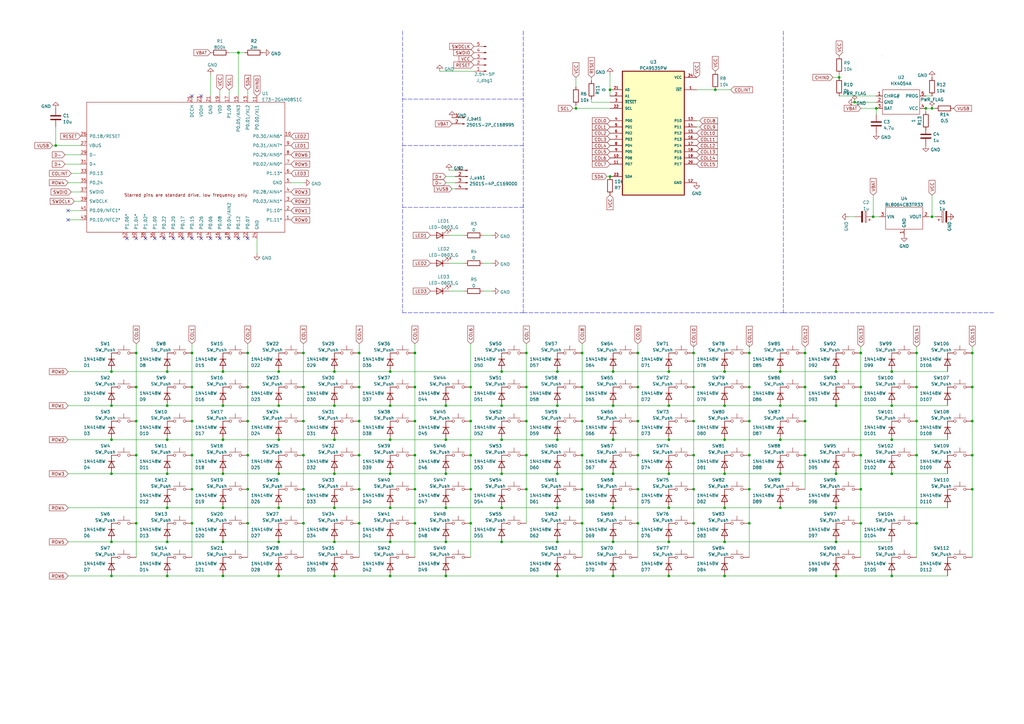
<source format=kicad_sch>
(kicad_sch (version 20211123) (generator eeschema)
  (paper "A3")
  (junction (at 137.16 180.34))
  (junction (at 170.18 172.72))
  (junction (at 398.78 144.78))
  (junction (at 228.6 166.37))
  (junction (at 193.04 158.75))
  (junction (at 320.04 180.34))
  (junction (at 297.18 180.34))
  (junction (at 274.32 222.25))
  (junction (at 344.17 31.75))
  (junction (at 68.58 236.22))
  (junction (at 238.76 144.78))
  (junction (at 353.06 200.66))
  (junction (at 284.48 186.69))
  (junction (at 170.18 186.69))
  (junction (at 398.78 200.66))
  (junction (at 215.9 144.78))
  (junction (at 91.44 180.34))
  (junction (at 330.2 186.69))
  (junction (at 114.3 152.4))
  (junction (at 193.04 214.63))
  (junction (at 170.18 214.63))
  (junction (at 261.62 200.66))
  (junction (at 55.88 158.75))
  (junction (at 320.04 166.37))
  (junction (at 261.62 144.78))
  (junction (at 236.22 44.45))
  (junction (at 160.02 222.25))
  (junction (at 55.88 172.72))
  (junction (at 251.46 152.4))
  (junction (at 78.74 158.75))
  (junction (at 124.46 200.66))
  (junction (at 22.86 59.69))
  (junction (at 297.18 166.37))
  (junction (at 375.92 214.63))
  (junction (at 160.02 194.31))
  (junction (at 78.74 144.78))
  (junction (at 182.88 222.25))
  (junction (at 147.32 158.75))
  (junction (at 284.48 200.66))
  (junction (at 124.46 158.75))
  (junction (at 160.02 152.4))
  (junction (at 398.78 172.72))
  (junction (at 114.3 180.34))
  (junction (at 250.19 72.39))
  (junction (at 114.3 208.28))
  (junction (at 78.74 172.72))
  (junction (at 365.76 166.37))
  (junction (at 398.78 186.69))
  (junction (at 193.04 186.69))
  (junction (at 193.04 200.66))
  (junction (at 293.37 36.83))
  (junction (at 250.19 36.83))
  (junction (at 114.3 166.37))
  (junction (at 297.18 152.4))
  (junction (at 147.32 186.69))
  (junction (at 228.6 180.34))
  (junction (at 137.16 208.28))
  (junction (at 68.58 152.4))
  (junction (at 365.76 236.22))
  (junction (at 147.32 214.63))
  (junction (at 251.46 208.28))
  (junction (at 205.74 166.37))
  (junction (at 251.46 194.31))
  (junction (at 45.72 222.25))
  (junction (at 91.44 208.28))
  (junction (at 342.9 152.4))
  (junction (at 182.88 166.37))
  (junction (at 68.58 166.37))
  (junction (at 45.72 236.22))
  (junction (at 160.02 208.28))
  (junction (at 320.04 208.28))
  (junction (at 97.79 21.59))
  (junction (at 320.04 194.31))
  (junction (at 274.32 180.34))
  (junction (at 228.6 222.25))
  (junction (at 274.32 166.37))
  (junction (at 251.46 222.25))
  (junction (at 137.16 194.31))
  (junction (at 353.06 144.78))
  (junction (at 342.9 194.31))
  (junction (at 55.88 186.69))
  (junction (at 101.6 214.63))
  (junction (at 78.74 186.69))
  (junction (at 297.18 222.25))
  (junction (at 365.76 152.4))
  (junction (at 353.06 158.75))
  (junction (at 101.6 186.69))
  (junction (at 114.3 222.25))
  (junction (at 307.34 200.66))
  (junction (at 91.44 236.22))
  (junction (at 124.46 214.63))
  (junction (at 205.74 180.34))
  (junction (at 359.41 44.45))
  (junction (at 379.73 44.45))
  (junction (at 251.46 180.34))
  (junction (at 307.34 144.78))
  (junction (at 160.02 166.37))
  (junction (at 215.9 186.69))
  (junction (at 375.92 172.72))
  (junction (at 330.2 172.72))
  (junction (at 137.16 152.4))
  (junction (at 68.58 194.31))
  (junction (at 205.74 194.31))
  (junction (at 68.58 180.34))
  (junction (at 124.46 144.78))
  (junction (at 358.14 88.9))
  (junction (at 375.92 158.75))
  (junction (at 284.48 172.72))
  (junction (at 45.72 180.34))
  (junction (at 320.04 152.4))
  (junction (at 68.58 208.28))
  (junction (at 261.62 186.69))
  (junction (at 114.3 236.22))
  (junction (at 137.16 166.37))
  (junction (at 91.44 222.25))
  (junction (at 55.88 144.78))
  (junction (at 238.76 172.72))
  (junction (at 45.72 166.37))
  (junction (at 91.44 194.31))
  (junction (at 193.04 172.72))
  (junction (at 101.6 158.75))
  (junction (at 350.52 41.91))
  (junction (at 45.72 152.4))
  (junction (at 398.78 158.75))
  (junction (at 228.6 194.31))
  (junction (at 307.34 172.72))
  (junction (at 228.6 208.28))
  (junction (at 137.16 222.25))
  (junction (at 375.92 186.69))
  (junction (at 215.9 200.66))
  (junction (at 137.16 236.22))
  (junction (at 182.88 236.22))
  (junction (at 170.18 200.66))
  (junction (at 274.32 152.4))
  (junction (at 147.32 144.78))
  (junction (at 238.76 214.63))
  (junction (at 238.76 186.69))
  (junction (at 261.62 158.75))
  (junction (at 182.88 208.28))
  (junction (at 124.46 186.69))
  (junction (at 297.18 194.31))
  (junction (at 78.74 200.66))
  (junction (at 205.74 152.4))
  (junction (at 307.34 214.63))
  (junction (at 170.18 158.75))
  (junction (at 375.92 144.78))
  (junction (at 215.9 158.75))
  (junction (at 228.6 152.4))
  (junction (at 205.74 208.28))
  (junction (at 274.32 194.31))
  (junction (at 160.02 180.34))
  (junction (at 353.06 214.63))
  (junction (at 251.46 236.22))
  (junction (at 124.46 172.72))
  (junction (at 182.88 194.31))
  (junction (at 342.9 208.28))
  (junction (at 78.74 214.63))
  (junction (at 365.76 194.31))
  (junction (at 101.6 172.72))
  (junction (at 382.27 44.45))
  (junction (at 284.48 214.63))
  (junction (at 297.18 236.22))
  (junction (at 297.18 208.28))
  (junction (at 91.44 166.37))
  (junction (at 261.62 172.72))
  (junction (at 284.48 144.78))
  (junction (at 147.32 200.66))
  (junction (at 307.34 158.75))
  (junction (at 205.74 222.25))
  (junction (at 45.72 194.31))
  (junction (at 261.62 214.63))
  (junction (at 330.2 158.75))
  (junction (at 114.3 194.31))
  (junction (at 365.76 180.34))
  (junction (at 182.88 180.34))
  (junction (at 251.46 166.37))
  (junction (at 238.76 200.66))
  (junction (at 274.32 236.22))
  (junction (at 147.32 172.72))
  (junction (at 342.9 236.22))
  (junction (at 284.48 158.75))
  (junction (at 342.9 222.25))
  (junction (at 382.27 88.9))
  (junction (at 55.88 214.63))
  (junction (at 353.06 186.69))
  (junction (at 274.32 208.28))
  (junction (at 91.44 152.4))
  (junction (at 101.6 200.66))
  (junction (at 215.9 172.72))
  (junction (at 228.6 236.22))
  (junction (at 101.6 144.78))
  (junction (at 160.02 236.22))
  (junction (at 68.58 222.25))
  (junction (at 330.2 144.78))
  (junction (at 238.76 158.75))
  (junction (at 307.34 186.69))
  (junction (at 170.18 144.78))
  (junction (at 342.9 166.37))
  (no_connect (at 27.94 90.17))
  (no_connect (at 27.94 86.36))
  (no_connect (at 101.6 97.79))
  (no_connect (at 97.79 97.79))
  (no_connect (at 93.98 97.79))
  (no_connect (at 90.17 97.79))
  (no_connect (at 52.07 97.79))
  (no_connect (at 86.36 97.79))
  (no_connect (at 82.55 97.79))
  (no_connect (at 78.74 97.79))
  (no_connect (at 71.12 97.79))
  (no_connect (at 74.93 97.79))
  (no_connect (at 67.31 97.79))
  (no_connect (at 63.5 97.79))
  (no_connect (at 59.69 97.79))
  (no_connect (at 55.88 97.79))
  (no_connect (at 78.74 39.37))
  (no_connect (at 82.55 39.37))
  (wire (pts (xy 341.63 31.75) (xy 344.17 31.75)))
  (wire (pts (xy 342.9 208.28) (xy 388.62 208.28)))
  (wire (pts (xy 353.06 158.75) (xy 353.06 186.69)))
  (wire (pts (xy 78.74 144.78) (xy 78.74 158.75)))
  (wire (pts (xy 184.15 69.85) (xy 186.69 69.85)))
  (wire (pts (xy 201.93 119.38) (xy 198.12 119.38)))
  (wire (pts (xy 215.9 158.75) (xy 215.9 172.72)))
  (wire (pts (xy 147.32 144.78) (xy 147.32 158.75)))
  (polyline (pts (xy 165.1 85.09) (xy 214.63 85.09)))
  (wire (pts (xy 182.88 236.22) (xy 228.6 236.22)))
  (wire (pts (xy 201.93 96.52) (xy 198.12 96.52)))
  (wire (pts (xy 101.6 186.69) (xy 101.6 200.66)))
  (wire (pts (xy 91.44 166.37) (xy 114.3 166.37)))
  (wire (pts (xy 358.14 80.01) (xy 358.14 88.9)))
  (wire (pts (xy 78.74 158.75) (xy 78.74 172.72)))
  (wire (pts (xy 124.46 144.78) (xy 124.46 158.75)))
  (polyline (pts (xy 165.1 12.7) (xy 165.1 128.27)))
  (wire (pts (xy 238.76 144.78) (xy 238.76 158.75)))
  (wire (pts (xy 114.3 208.28) (xy 137.16 208.28)))
  (wire (pts (xy 182.88 72.39) (xy 186.69 72.39)))
  (wire (pts (xy 250.19 30.48) (xy 250.19 36.83)))
  (wire (pts (xy 215.9 144.78) (xy 215.9 158.75)))
  (wire (pts (xy 248.92 72.39) (xy 250.19 72.39)))
  (wire (pts (xy 26.67 63.5) (xy 33.02 63.5)))
  (wire (pts (xy 170.18 144.78) (xy 170.18 158.75)))
  (wire (pts (xy 242.57 40.64) (xy 242.57 41.91)))
  (wire (pts (xy 147.32 158.75) (xy 147.32 172.72)))
  (wire (pts (xy 228.6 208.28) (xy 251.46 208.28)))
  (wire (pts (xy 236.22 31.75) (xy 236.22 35.56)))
  (wire (pts (xy 190.5 107.95) (xy 184.15 107.95)))
  (wire (pts (xy 365.76 152.4) (xy 388.62 152.4)))
  (wire (pts (xy 205.74 152.4) (xy 228.6 152.4)))
  (wire (pts (xy 320.04 194.31) (xy 342.9 194.31)))
  (wire (pts (xy 124.46 158.75) (xy 124.46 172.72)))
  (wire (pts (xy 353.06 44.45) (xy 359.41 44.45)))
  (wire (pts (xy 193.04 158.75) (xy 193.04 172.72)))
  (wire (pts (xy 365.76 180.34) (xy 388.62 180.34)))
  (wire (pts (xy 285.75 36.83) (xy 293.37 36.83)))
  (wire (pts (xy 45.72 222.25) (xy 68.58 222.25)))
  (wire (pts (xy 284.48 158.75) (xy 284.48 172.72)))
  (wire (pts (xy 307.34 186.69) (xy 307.34 200.66)))
  (wire (pts (xy 353.06 214.63) (xy 353.06 228.6)))
  (wire (pts (xy 215.9 200.66) (xy 215.9 214.63)))
  (wire (pts (xy 320.04 208.28) (xy 342.9 208.28)))
  (wire (pts (xy 284.48 200.66) (xy 284.48 214.63)))
  (wire (pts (xy 261.62 140.97) (xy 261.62 144.78)))
  (wire (pts (xy 68.58 180.34) (xy 91.44 180.34)))
  (wire (pts (xy 185.42 77.47) (xy 186.69 77.47)))
  (wire (pts (xy 398.78 186.69) (xy 398.78 200.66)))
  (wire (pts (xy 307.34 172.72) (xy 307.34 186.69)))
  (wire (pts (xy 284.48 140.97) (xy 284.48 144.78)))
  (wire (pts (xy 297.18 166.37) (xy 320.04 166.37)))
  (wire (pts (xy 182.88 166.37) (xy 205.74 166.37)))
  (wire (pts (xy 375.92 172.72) (xy 375.92 186.69)))
  (wire (pts (xy 182.88 74.93) (xy 186.69 74.93)))
  (wire (pts (xy 101.6 214.63) (xy 101.6 228.6)))
  (wire (pts (xy 238.76 172.72) (xy 238.76 186.69)))
  (wire (pts (xy 261.62 172.72) (xy 261.62 186.69)))
  (wire (pts (xy 78.74 200.66) (xy 78.74 214.63)))
  (wire (pts (xy 261.62 200.66) (xy 261.62 214.63)))
  (wire (pts (xy 242.57 31.75) (xy 242.57 33.02)))
  (wire (pts (xy 170.18 158.75) (xy 170.18 172.72)))
  (wire (pts (xy 330.2 144.78) (xy 330.2 158.75)))
  (wire (pts (xy 101.6 172.72) (xy 101.6 186.69)))
  (wire (pts (xy 251.46 180.34) (xy 274.32 180.34)))
  (wire (pts (xy 27.94 90.17) (xy 33.02 90.17)))
  (wire (pts (xy 182.88 194.31) (xy 205.74 194.31)))
  (wire (pts (xy 365.76 236.22) (xy 388.62 236.22)))
  (wire (pts (xy 170.18 214.63) (xy 170.18 228.6)))
  (wire (pts (xy 205.74 208.28) (xy 228.6 208.28)))
  (wire (pts (xy 274.32 208.28) (xy 297.18 208.28)))
  (wire (pts (xy 170.18 140.97) (xy 170.18 144.78)))
  (wire (pts (xy 238.76 200.66) (xy 238.76 214.63)))
  (wire (pts (xy 27.94 236.22) (xy 45.72 236.22)))
  (wire (pts (xy 93.98 21.59) (xy 97.79 21.59)))
  (wire (pts (xy 201.93 107.95) (xy 198.12 107.95)))
  (polyline (pts (xy 214.63 12.7) (xy 214.63 128.27)))
  (wire (pts (xy 27.94 152.4) (xy 45.72 152.4)))
  (wire (pts (xy 287.02 49.53) (xy 285.75 49.53)))
  (wire (pts (xy 297.18 208.28) (xy 320.04 208.28)))
  (wire (pts (xy 180.34 29.21) (xy 194.31 29.21)))
  (wire (pts (xy 91.44 236.22) (xy 114.3 236.22)))
  (wire (pts (xy 91.44 180.34) (xy 114.3 180.34)))
  (wire (pts (xy 45.72 166.37) (xy 68.58 166.37)))
  (wire (pts (xy 137.16 222.25) (xy 160.02 222.25)))
  (wire (pts (xy 55.88 158.75) (xy 55.88 172.72)))
  (wire (pts (xy 160.02 236.22) (xy 182.88 236.22)))
  (wire (pts (xy 170.18 186.69) (xy 170.18 200.66)))
  (wire (pts (xy 320.04 152.4) (xy 342.9 152.4)))
  (wire (pts (xy 261.62 186.69) (xy 261.62 200.66)))
  (wire (pts (xy 307.34 144.78) (xy 307.34 158.75)))
  (wire (pts (xy 160.02 222.25) (xy 182.88 222.25)))
  (wire (pts (xy 27.94 208.28) (xy 68.58 208.28)))
  (wire (pts (xy 284.48 186.69) (xy 284.48 200.66)))
  (wire (pts (xy 68.58 208.28) (xy 91.44 208.28)))
  (wire (pts (xy 284.48 172.72) (xy 284.48 186.69)))
  (wire (pts (xy 274.32 194.31) (xy 297.18 194.31)))
  (wire (pts (xy 86.36 30.48) (xy 86.36 39.37)))
  (wire (pts (xy 190.5 96.52) (xy 184.15 96.52)))
  (wire (pts (xy 29.21 71.12) (xy 33.02 71.12)))
  (wire (pts (xy 45.72 152.4) (xy 68.58 152.4)))
  (wire (pts (xy 170.18 172.72) (xy 170.18 186.69)))
  (wire (pts (xy 205.74 222.25) (xy 228.6 222.25)))
  (wire (pts (xy 358.14 88.9) (xy 360.68 88.9)))
  (wire (pts (xy 205.74 180.34) (xy 228.6 180.34)))
  (wire (pts (xy 105.41 104.14) (xy 105.41 97.79)))
  (wire (pts (xy 342.9 236.22) (xy 365.76 236.22)))
  (wire (pts (xy 68.58 194.31) (xy 91.44 194.31)))
  (wire (pts (xy 398.78 200.66) (xy 398.78 228.6)))
  (wire (pts (xy 383.54 44.45) (xy 382.27 44.45)))
  (wire (pts (xy 342.9 222.25) (xy 365.76 222.25)))
  (wire (pts (xy 375.92 214.63) (xy 375.92 228.6)))
  (wire (pts (xy 342.9 152.4) (xy 365.76 152.4)))
  (wire (pts (xy 68.58 222.25) (xy 91.44 222.25)))
  (wire (pts (xy 160.02 180.34) (xy 182.88 180.34)))
  (wire (pts (xy 274.32 222.25) (xy 297.18 222.25)))
  (wire (pts (xy 55.88 144.78) (xy 55.88 158.75)))
  (wire (pts (xy 251.46 166.37) (xy 274.32 166.37)))
  (wire (pts (xy 238.76 140.97) (xy 238.76 144.78)))
  (wire (pts (xy 307.34 140.97) (xy 307.34 144.78)))
  (wire (pts (xy 101.6 200.66) (xy 101.6 214.63)))
  (wire (pts (xy 375.92 186.69) (xy 375.92 214.63)))
  (wire (pts (xy 344.17 30.48) (xy 344.17 31.75)))
  (wire (pts (xy 22.86 52.07) (xy 22.86 59.69)))
  (wire (pts (xy 205.74 166.37) (xy 228.6 166.37)))
  (wire (pts (xy 375.92 142.24) (xy 375.92 144.78)))
  (wire (pts (xy 160.02 152.4) (xy 205.74 152.4)))
  (wire (pts (xy 91.44 194.31) (xy 114.3 194.31)))
  (wire (pts (xy 215.9 140.97) (xy 215.9 144.78)))
  (wire (pts (xy 242.57 41.91) (xy 250.19 41.91)))
  (wire (pts (xy 29.21 78.74) (xy 33.02 78.74)))
  (wire (pts (xy 27.94 166.37) (xy 45.72 166.37)))
  (wire (pts (xy 261.62 144.78) (xy 261.62 158.75)))
  (wire (pts (xy 124.46 172.72) (xy 124.46 186.69)))
  (polyline (pts (xy 165.1 40.64) (xy 214.63 40.64)))
  (wire (pts (xy 215.9 172.72) (xy 215.9 186.69)))
  (wire (pts (xy 383.54 88.9) (xy 382.27 88.9)))
  (wire (pts (xy 147.32 140.97) (xy 147.32 144.78)))
  (wire (pts (xy 205.74 194.31) (xy 228.6 194.31)))
  (wire (pts (xy 382.27 39.37) (xy 379.73 39.37)))
  (wire (pts (xy 382.27 80.01) (xy 382.27 88.9)))
  (wire (pts (xy 27.94 194.31) (xy 45.72 194.31)))
  (polyline (pts (xy 321.31 12.7) (xy 321.31 128.27)))
  (wire (pts (xy 274.32 180.34) (xy 297.18 180.34)))
  (wire (pts (xy 251.46 152.4) (xy 274.32 152.4)))
  (wire (pts (xy 147.32 214.63) (xy 147.32 228.6)))
  (wire (pts (xy 124.46 74.93) (xy 119.38 74.93)))
  (wire (pts (xy 26.67 67.31) (xy 33.02 67.31)))
  (wire (pts (xy 382.27 44.45) (xy 379.73 44.45)))
  (wire (pts (xy 55.88 140.97) (xy 55.88 144.78)))
  (wire (pts (xy 251.46 208.28) (xy 274.32 208.28)))
  (wire (pts (xy 228.6 194.31) (xy 251.46 194.31)))
  (wire (pts (xy 78.74 214.63) (xy 78.74 228.6)))
  (wire (pts (xy 27.94 74.93) (xy 33.02 74.93)))
  (wire (pts (xy 353.06 142.24) (xy 353.06 144.78)))
  (wire (pts (xy 147.32 172.72) (xy 147.32 186.69)))
  (wire (pts (xy 398.78 142.24) (xy 398.78 144.78)))
  (wire (pts (xy 228.6 180.34) (xy 251.46 180.34)))
  (wire (pts (xy 182.88 208.28) (xy 205.74 208.28)))
  (wire (pts (xy 45.72 194.31) (xy 68.58 194.31)))
  (wire (pts (xy 193.04 172.72) (xy 193.04 186.69)))
  (wire (pts (xy 114.3 152.4) (xy 137.16 152.4)))
  (wire (pts (xy 193.04 186.69) (xy 193.04 200.66)))
  (wire (pts (xy 114.3 180.34) (xy 137.16 180.34)))
  (wire (pts (xy 124.46 186.69) (xy 124.46 200.66)))
  (wire (pts (xy 251.46 236.22) (xy 274.32 236.22)))
  (wire (pts (xy 350.52 88.9) (xy 347.98 88.9)))
  (wire (pts (xy 160.02 166.37) (xy 182.88 166.37)))
  (wire (pts (xy 297.18 236.22) (xy 342.9 236.22)))
  (wire (pts (xy 190.5 119.38) (xy 184.15 119.38)))
  (wire (pts (xy 398.78 172.72) (xy 398.78 186.69)))
  (wire (pts (xy 342.9 194.31) (xy 365.76 194.31)))
  (wire (pts (xy 287.02 52.07) (xy 285.75 52.07)))
  (wire (pts (xy 236.22 44.45) (xy 250.19 44.45)))
  (wire (pts (xy 101.6 144.78) (xy 101.6 158.75)))
  (wire (pts (xy 27.94 222.25) (xy 45.72 222.25)))
  (wire (pts (xy 90.17 36.83) (xy 90.17 39.37)))
  (wire (pts (xy 101.6 158.75) (xy 101.6 172.72)))
  (wire (pts (xy 228.6 152.4) (xy 251.46 152.4)))
  (wire (pts (xy 353.06 200.66) (xy 353.06 214.63)))
  (wire (pts (xy 350.52 41.91) (xy 359.41 41.91)))
  (wire (pts (xy 45.72 236.22) (xy 68.58 236.22)))
  (wire (pts (xy 228.6 236.22) (xy 251.46 236.22)))
  (wire (pts (xy 55.88 172.72) (xy 55.88 186.69)))
  (wire (pts (xy 137.16 152.4) (xy 160.02 152.4)))
  (wire (pts (xy 307.34 214.63) (xy 307.34 228.6)))
  (wire (pts (xy 297.18 194.31) (xy 320.04 194.31)))
  (wire (pts (xy 193.04 214.63) (xy 193.04 228.6)))
  (wire (pts (xy 228.6 222.25) (xy 251.46 222.25)))
  (wire (pts (xy 45.72 180.34) (xy 68.58 180.34)))
  (wire (pts (xy 97.79 21.59) (xy 100.33 21.59)))
  (wire (pts (xy 22.86 59.69) (xy 33.02 59.69)))
  (wire (pts (xy 251.46 222.25) (xy 274.32 222.25)))
  (wire (pts (xy 228.6 166.37) (xy 251.46 166.37)))
  (wire (pts (xy 234.95 44.45) (xy 236.22 44.45)))
  (wire (pts (xy 330.2 158.75) (xy 330.2 172.72)))
  (wire (pts (xy 236.22 43.18) (xy 236.22 44.45)))
  (wire (pts (xy 261.62 214.63) (xy 261.62 228.6)))
  (wire (pts (xy 274.32 152.4) (xy 297.18 152.4)))
  (wire (pts (xy 114.3 236.22) (xy 137.16 236.22)))
  (wire (pts (xy 398.78 144.78) (xy 398.78 158.75)))
  (wire (pts (xy 21.59 59.69) (xy 22.86 59.69)))
  (wire (pts (xy 251.46 194.31) (xy 274.32 194.31)))
  (wire (pts (xy 27.94 86.36) (xy 33.02 86.36)))
  (wire (pts (xy 160.02 194.31) (xy 182.88 194.31)))
  (wire (pts (xy 160.02 208.28) (xy 182.88 208.28)))
  (wire (pts (xy 91.44 222.25) (xy 114.3 222.25)))
  (wire (pts (xy 55.88 186.69) (xy 55.88 214.63)))
  (wire (pts (xy 182.88 180.34) (xy 205.74 180.34)))
  (wire (pts (xy 137.16 194.31) (xy 160.02 194.31)))
  (wire (pts (xy 30.48 82.55) (xy 33.02 82.55)))
  (wire (pts (xy 124.46 140.97) (xy 124.46 144.78)))
  (wire (pts (xy 365.76 166.37) (xy 388.62 166.37)))
  (wire (pts (xy 101.6 140.97) (xy 101.6 144.78)))
  (wire (pts (xy 342.9 166.37) (xy 365.76 166.37)))
  (polyline (pts (xy 165.1 128.27) (xy 214.63 128.27)))
  (wire (pts (xy 379.73 53.34) (xy 379.73 52.07)))
  (wire (pts (xy 114.3 194.31) (xy 137.16 194.31)))
  (wire (pts (xy 250.19 36.83) (xy 250.19 39.37)))
  (wire (pts (xy 320.04 166.37) (xy 342.9 166.37)))
  (wire (pts (xy 353.06 186.69) (xy 353.06 200.66)))
  (wire (pts (xy 137.16 166.37) (xy 160.02 166.37)))
  (wire (pts (xy 55.88 214.63) (xy 55.88 228.6)))
  (polyline (pts (xy 214.63 128.27) (xy 321.31 128.27)))
  (wire (pts (xy 353.06 144.78) (xy 353.06 158.75)))
  (wire (pts (xy 170.18 200.66) (xy 170.18 214.63)))
  (wire (pts (xy 193.04 140.97) (xy 193.04 158.75)))
  (wire (pts (xy 101.6 36.83) (xy 101.6 39.37)))
  (wire (pts (xy 391.16 88.9) (xy 388.62 88.9)))
  (wire (pts (xy 124.46 214.63) (xy 124.46 228.6)))
  (wire (pts (xy 330.2 186.69) (xy 330.2 200.66)))
  (wire (pts (xy 330.2 172.72) (xy 330.2 186.69)))
  (polyline (pts (xy 214.63 85.09) (xy 214.63 83.82)))
  (wire (pts (xy 78.74 172.72) (xy 78.74 186.69)))
  (wire (pts (xy 27.94 180.34) (xy 45.72 180.34)))
  (wire (pts (xy 91.44 208.28) (xy 114.3 208.28)))
  (wire (pts (xy 284.48 144.78) (xy 284.48 158.75)))
  (wire (pts (xy 274.32 166.37) (xy 297.18 166.37)))
  (wire (pts (xy 238.76 186.69) (xy 238.76 200.66)))
  (wire (pts (xy 114.3 222.25) (xy 137.16 222.25)))
  (wire (pts (xy 297.18 222.25) (xy 342.9 222.25)))
  (wire (pts (xy 97.79 21.59) (xy 97.79 39.37)))
  (wire (pts (xy 297.18 180.34) (xy 320.04 180.34)))
  (wire (pts (xy 68.58 166.37) (xy 91.44 166.37)))
  (wire (pts (xy 137.16 208.28) (xy 160.02 208.28)))
  (polyline (pts (xy 321.31 128.27) (xy 407.67 128.27)))
  (wire (pts (xy 398.78 158.75) (xy 398.78 172.72)))
  (wire (pts (xy 284.48 214.63) (xy 284.48 228.6)))
  (wire (pts (xy 320.04 180.34) (xy 365.76 180.34)))
  (wire (pts (xy 297.18 152.4) (xy 320.04 152.4)))
  (wire (pts (xy 382.27 88.9) (xy 381 88.9)))
  (wire (pts (xy 261.62 158.75) (xy 261.62 172.72)))
  (wire (pts (xy 182.88 222.25) (xy 205.74 222.25)))
  (wire (pts (xy 375.92 144.78) (xy 375.92 158.75)))
  (wire (pts (xy 147.32 186.69) (xy 147.32 200.66)))
  (wire (pts (xy 238.76 214.63) (xy 238.76 228.6)))
  (polyline (pts (xy 165.1 59.69) (xy 214.63 59.69)))
  (wire (pts (xy 379.73 45.72) (xy 379.73 44.45)))
  (wire (pts (xy 359.41 44.45) (xy 359.41 46.99)))
  (wire (pts (xy 193.04 200.66) (xy 193.04 214.63)))
  (wire (pts (xy 330.2 142.24) (xy 330.2 144.78)))
  (wire (pts (xy 293.37 36.83) (xy 299.72 36.83)))
  (wire (pts (xy 238.76 158.75) (xy 238.76 172.72)))
  (wire (pts (xy 137.16 180.34) (xy 160.02 180.34)))
  (wire (pts (xy 68.58 152.4) (xy 91.44 152.4)))
  (wire (pts (xy 307.34 158.75) (xy 307.34 172.72)))
  (wire (pts (xy 78.74 186.69) (xy 78.74 200.66)))
  (wire (pts (xy 344.17 39.37) (xy 359.41 39.37)))
  (wire (pts (xy 365.76 194.31) (xy 388.62 194.31)))
  (wire (pts (xy 93.98 36.83) (xy 93.98 39.37)))
  (wire (pts (xy 274.32 236.22) (xy 297.18 236.22)))
  (wire (pts (xy 68.58 236.22) (xy 91.44 236.22)))
  (wire (pts (xy 375.92 158.75) (xy 375.92 172.72)))
  (wire (pts (xy 114.3 166.37) (xy 137.16 166.37)))
  (wire (pts (xy 215.9 186.69) (xy 215.9 200.66)))
  (wire (pts (xy 91.44 152.4) (xy 114.3 152.4)))
  (wire (pts (xy 307.34 200.66) (xy 307.34 214.63)))
  (wire (pts (xy 124.46 200.66) (xy 124.46 214.63)))
  (wire (pts (xy 78.74 140.97) (xy 78.74 144.78)))
  (wire (pts (xy 137.16 236.22) (xy 160.02 236.22)))
  (wire (pts (xy 147.32 200.66) (xy 147.32 214.63)))
  (global_label "SDA" (shape input) (at 248.92 72.39 180) (property "Intersheet References" "${INTERSHEET_REFS}" (effects hide)))
  (global_label "VCC" (shape input) (at 250.19 80.01 270) (property "Intersheet References" "${INTERSHEET_REFS}" (effects hide)))
  (global_label "COL5" (shape input) (at 170.18 140.97 90) (property "Intersheet References" "${INTERSHEET_REFS}" (effects hide)))
  (global_label "SDA" (shape input) (at 101.6 36.83 90) (property "Intersheet References" "${INTERSHEET_REFS}" (effects hide)))
  (global_label "D-" (shape input) (at 182.88 74.93 180) (property "Intersheet References" "${INTERSHEET_REFS}" (effects hide)))
  (global_label "ROW3" (shape input) (at 119.38 78.74 0) (property "Intersheet References" "${INTERSHEET_REFS}" (effects hide)))
  (global_label "COL0" (shape input) (at 55.88 140.97 90) (property "Intersheet References" "${INTERSHEET_REFS}" (effects hide)))
  (global_label "COLINT" (shape input) (at 29.21 71.12 180) (property "Intersheet References" "${INTERSHEET_REFS}" (effects hide)))
  (global_label "COL14" (shape input) (at 375.92 142.24 90) (property "Intersheet References" "${INTERSHEET_REFS}" (effects hide)))
  (global_label "COL1" (shape input) (at 250.19 52.07 180) (property "Intersheet References" "${INTERSHEET_REFS}" (effects hide)))
  (global_label "RESET" (shape input) (at 33.02 55.88 180) (property "Intersheet References" "${INTERSHEET_REFS}" (effects hide)))
  (global_label "VCC" (shape input) (at 382.27 80.01 90) (property "Intersheet References" "${INTERSHEET_REFS}" (effects hide)))
  (global_label "VCC" (shape input) (at 293.37 29.21 90) (property "Intersheet References" "${INTERSHEET_REFS}" (effects hide)))
  (global_label "COL9" (shape input) (at 261.62 140.97 90) (property "Intersheet References" "${INTERSHEET_REFS}" (effects hide)))
  (global_label "VCC" (shape input) (at 194.31 24.13 180) (property "Intersheet References" "${INTERSHEET_REFS}" (effects hide)))
  (global_label "VUSB" (shape input) (at 391.16 44.45 0) (property "Intersheet References" "${INTERSHEET_REFS}" (effects hide)))
  (global_label "LED3" (shape input) (at 176.53 119.38 180) (property "Intersheet References" "${INTERSHEET_REFS}" (effects hide)))
  (global_label "ROW5" (shape input) (at 119.38 67.31 0) (property "Intersheet References" "${INTERSHEET_REFS}" (effects hide)))
  (global_label "COL0" (shape input) (at 250.19 49.53 180) (property "Intersheet References" "${INTERSHEET_REFS}" (effects hide)))
  (global_label "ROW0" (shape input) (at 119.38 90.17 0) (property "Intersheet References" "${INTERSHEET_REFS}" (effects hide)))
  (global_label "COL15" (shape input) (at 398.78 142.24 90) (property "Intersheet References" "${INTERSHEET_REFS}" (effects hide)))
  (global_label "LED2" (shape input) (at 176.53 107.95 180) (property "Intersheet References" "${INTERSHEET_REFS}" (effects hide)))
  (global_label "SCL" (shape input) (at 234.95 44.45 180) (property "Intersheet References" "${INTERSHEET_REFS}" (effects hide)))
  (global_label "COL3" (shape input) (at 124.46 140.97 90) (property "Intersheet References" "${INTERSHEET_REFS}" (effects hide)))
  (global_label "COL10" (shape input) (at 285.75 54.61 0) (property "Intersheet References" "${INTERSHEET_REFS}" (effects hide)))
  (global_label "COLINT" (shape input) (at 299.72 36.83 0) (property "Intersheet References" "${INTERSHEET_REFS}" (effects hide)))
  (global_label "ROW0" (shape input) (at 27.94 152.4 180) (property "Intersheet References" "${INTERSHEET_REFS}" (effects hide)))
  (global_label "VBAT" (shape input) (at 358.14 80.01 90) (property "Intersheet References" "${INTERSHEET_REFS}" (effects hide)))
  (global_label "COL13" (shape input) (at 285.75 62.23 0) (property "Intersheet References" "${INTERSHEET_REFS}" (effects hide)))
  (global_label "RESET" (shape input) (at 194.31 26.67 180) (property "Intersheet References" "${INTERSHEET_REFS}" (effects hide)))
  (global_label "COL7" (shape input) (at 215.9 140.97 90) (property "Intersheet References" "${INTERSHEET_REFS}" (effects hide)))
  (global_label "ROW1" (shape input) (at 27.94 166.37 180) (property "Intersheet References" "${INTERSHEET_REFS}" (effects hide)))
  (global_label "ROW2" (shape input) (at 27.94 180.34 180) (property "Intersheet References" "${INTERSHEET_REFS}" (effects hide)))
  (global_label "VUSB" (shape input) (at 21.59 59.69 180) (property "Intersheet References" "${INTERSHEET_REFS}" (effects hide)))
  (global_label "COL3" (shape input) (at 250.19 57.15 180) (property "Intersheet References" "${INTERSHEET_REFS}" (effects hide)))
  (global_label "VCC" (shape input) (at 285.75 31.75 90) (property "Intersheet References" "${INTERSHEET_REFS}" (effects hide)))
  (global_label "ROW4" (shape input) (at 27.94 208.28 180) (property "Intersheet References" "${INTERSHEET_REFS}" (effects hide)))
  (global_label "VBAT" (shape input) (at 86.36 21.59 180) (property "Intersheet References" "${INTERSHEET_REFS}" (effects hide)))
  (global_label "VUSB" (shape input) (at 185.42 77.47 180) (property "Intersheet References" "${INTERSHEET_REFS}" (effects hide)))
  (global_label "D+" (shape input) (at 26.67 67.31 180) (property "Intersheet References" "${INTERSHEET_REFS}" (effects hide)))
  (global_label "COL6" (shape input) (at 193.04 140.97 90) (property "Intersheet References" "${INTERSHEET_REFS}" (effects hide)))
  (global_label "ROW1" (shape input) (at 119.38 86.36 0) (property "Intersheet References" "${INTERSHEET_REFS}" (effects hide)))
  (global_label "SWDCLK" (shape input) (at 194.31 19.05 180) (property "Intersheet References" "${INTERSHEET_REFS}" (effects hide)))
  (global_label "COL11" (shape input) (at 285.75 57.15 0) (property "Intersheet References" "${INTERSHEET_REFS}" (effects hide)))
  (global_label "COL8" (shape input) (at 287.02 49.53 0) (property "Intersheet References" "${INTERSHEET_REFS}" (effects hide)))
  (global_label "CHIND" (shape input) (at 341.63 31.75 180) (property "Intersheet References" "${INTERSHEET_REFS}" (effects hide)))
  (global_label "COL4" (shape input) (at 147.32 140.97 90) (property "Intersheet References" "${INTERSHEET_REFS}" (effects hide)))
  (global_label "D+" (shape input) (at 182.88 72.39 180) (property "Intersheet References" "${INTERSHEET_REFS}" (effects hide)))
  (global_label "LED2" (shape input) (at 119.38 55.88 0) (property "Intersheet References" "${INTERSHEET_REFS}" (effects hide)))
  (global_label "VCC" (shape input) (at 90.17 36.83 90) (property "Intersheet References" "${INTERSHEET_REFS}" (effects hide)))
  (global_label "LED1" (shape input) (at 176.53 96.52 180) (property "Intersheet References" "${INTERSHEET_REFS}" (effects hide)))
  (global_label "VBAT" (shape input) (at 353.06 44.45 180) (property "Intersheet References" "${INTERSHEET_REFS}" (effects hide)))
  (global_label "ROW3" (shape input) (at 27.94 194.31 180) (property "Intersheet References" "${INTERSHEET_REFS}" (effects hide)))
  (global_label "VBAT" (shape input) (at 185.42 50.8 180) (property "Intersheet References" "${INTERSHEET_REFS}" (effects hide)))
  (global_label "COL6" (shape input) (at 250.19 64.77 180) (property "Intersheet References" "${INTERSHEET_REFS}" (effects hide)))
  (global_label "D-" (shape input) (at 26.67 63.5 180) (property "Intersheet References" "${INTERSHEET_REFS}" (effects hide)))
  (global_label "COL1" (shape input) (at 78.74 140.97 90) (property "Intersheet References" "${INTERSHEET_REFS}" (effects hide)))
  (global_label "SWDIO" (shape input) (at 194.31 21.59 180) (property "Intersheet References" "${INTERSHEET_REFS}" (effects hide)))
  (global_label "COL5" (shape input) (at 250.19 62.23 180) (property "Intersheet References" "${INTERSHEET_REFS}" (effects hide)))
  (global_label "COL2" (shape input) (at 101.6 140.97 90) (property "Intersheet References" "${INTERSHEET_REFS}" (effects hide)))
  (global_label "COL2" (shape input) (at 250.19 54.61 180) (property "Intersheet References" "${INTERSHEET_REFS}" (effects hide)))
  (global_label "VCC" (shape input) (at 344.17 22.86 90) (property "Intersheet References" "${INTERSHEET_REFS}" (effects hide)))
  (global_label "COL9" (shape input) (at 287.02 52.07 0) (property "Intersheet References" "${INTERSHEET_REFS}" (effects hide)))
  (global_label "VCC" (shape input) (at 236.22 31.75 90) (property "Intersheet References" "${INTERSHEET_REFS}" (effects hide)))
  (global_label "RESET" (shape input) (at 242.57 31.75 90) (property "Intersheet References" "${INTERSHEET_REFS}" (effects hide)))
  (global_label "COL12" (shape input) (at 330.2 142.24 90) (property "Intersheet References" "${INTERSHEET_REFS}" (effects hide)))
  (global_label "ROW2" (shape input) (at 119.38 82.55 0) (property "Intersheet References" "${INTERSHEET_REFS}" (effects hide)))
  (global_label "COL4" (shape input) (at 250.19 59.69 180) (property "Intersheet References" "${INTERSHEET_REFS}" (effects hide)))
  (global_label "COL12" (shape input) (at 285.75 59.69 0) (property "Intersheet References" "${INTERSHEET_REFS}" (effects hide)))
  (global_label "SWDIO" (shape input) (at 29.21 78.74 180) (property "Intersheet References" "${INTERSHEET_REFS}" (effects hide)))
  (global_label "COL14" (shape input) (at 285.75 64.77 0) (property "Intersheet References" "${INTERSHEET_REFS}" (effects hide)))
  (global_label "COL7" (shape input) (at 250.19 67.31 180) (property "Intersheet References" "${INTERSHEET_REFS}" (effects hide)))
  (global_label "CHIND" (shape input) (at 105.41 39.37 90) (property "Intersheet References" "${INTERSHEET_REFS}" (effects hide)))
  (global_label "SCL" (shape input) (at 93.98 36.83 90) (property "Intersheet References" "${INTERSHEET_REFS}" (effects hide)))
  (global_label "COL13" (shape input) (at 353.06 142.24 90) (property "Intersheet References" "${INTERSHEET_REFS}" (effects hide)))
  (global_label "ROW6" (shape input) (at 119.38 63.5 0) (property "Intersheet References" "${INTERSHEET_REFS}" (effects hide)))
  (global_label "COL10" (shape input) (at 284.48 142.24 90) (property "Intersheet References" "${INTERSHEET_REFS}" (effects hide)))
  (global_label "ROW6" (shape input) (at 27.94 236.22 180) (property "Intersheet References" "${INTERSHEET_REFS}" (effects hide)))
  (global_label "COL11" (shape input) (at 307.34 142.24 90) (property "Intersheet References" "${INTERSHEET_REFS}" (effects hide)))
  (global_label "ROW5" (shape input) (at 27.94 222.25 180) (property "Intersheet References" "${INTERSHEET_REFS}" (effects hide)))
  (global_label "COL15" (shape input) (at 285.75 67.31 0) (property "Intersheet References" "${INTERSHEET_REFS}" (effects hide)))
  (global_label "ROW4" (shape input) (at 27.94 74.93 180) (property "Intersheet References" "${INTERSHEET_REFS}" (effects hide)))
  (global_label "COL8" (shape input) (at 238.76 140.97 90) (property "Intersheet References" "${INTERSHEET_REFS}" (effects hide)))
  (global_label "LED1" (shape input) (at 119.38 59.69 0) (property "Intersheet References" "${INTERSHEET_REFS}" (effects hide)))
  (global_label "SWDCLK" (shape input) (at 30.48 82.55 180) (property "Intersheet References" "${INTERSHEET_REFS}" (effects hide)))
  (global_label "LED3" (shape input) (at 119.38 71.12 0) (property "Intersheet References" "${INTERSHEET_REFS}" (effects hide)))
  (symbol (lib_id "Switch:SW_Push") (at 279.4 200.66 0) (unit 1)
    (property "Reference" "SW75" (at 271.78 196.85 0))
    (property "Value" "SW_Push" (at 271.78 199.3869 0))
    (property "Footprint" "Button_Switch_Keyboard:SW_Cherry_MX_1.00u_PCB" (effects hide))
  )
  (symbol (lib_id "Switch:SW_Push") (at 370.84 214.63 0) (unit 1)
    (property "Reference" "SW104" (at 363.22 210.82 0))
    (property "Value" "SW_Push" (at 363.22 213.3569 0))
    (property "Footprint" "Button_Switch_Keyboard:SW_Cherry_MX_1.00u_PCB" (effects hide))
  )
  (symbol (lib_id "Switch:SW_Push") (at 302.26 144.78 0) (unit 1)
    (property "Reference" "SW78" (at 294.64 140.97 0))
    (property "Value" "SW_Push" (at 294.64 143.5069 0))
    (property "Footprint" "Button_Switch_Keyboard:SW_Cherry_MX_1.00u_PCB" (effects hide))
  )
  (symbol (lib_id "Switch:SW_Push") (at 50.8 186.69 0) (unit 1)
    (property "Reference" "SW4" (at 43.18 182.88 0))
    (property "Value" "SW_Push" (at 43.18 185.4169 0))
    (property "Footprint" "Button_Switch_Keyboard:SW_Cherry_MX_1.50u_Plate" (effects hide))
  )
  (symbol (lib_id "Switch:SW_Push") (at 302.26 214.63 0) (unit 1)
    (property "Reference" "SW83" (at 294.64 210.82 0))
    (property "Value" "SW_Push" (at 294.64 213.3569 0))
    (property "Footprint" "Button_Switch_Keyboard:SW_Cherry_MX_1.00u_PCB" (effects hide))
  )
  (symbol (lib_id "Diode:1N4148W") (at 365.76 218.44 90) (mirror x) (unit 1)
    (property "Reference" "D104" (at 354.33 219.7069 90) (effects (justify right)))
    (property "Value" "1N4148W" (at 354.33 217.17 90) (effects (justify right)))
    (property "Footprint" "Diode_SMD:D_SOD-123" (effects hide))
    (property "Datasheet" "https://www.vishay.com/docs/85748/1n4148w.pdf" (effects hide))
  )
  (symbol (lib_id "Diode:1N4148W") (at 137.16 232.41 90) (mirror x) (unit 1)
    (property "Reference" "D35" (at 125.73 233.6769 90) (effects (justify right)))
    (property "Value" "1N4148W" (at 125.73 231.14 90) (effects (justify right)))
    (property "Footprint" "Diode_SMD:D_SOD-123" (effects hide))
    (property "Datasheet" "https://www.vishay.com/docs/85748/1n4148w.pdf" (effects hide))
  )
  (symbol (lib_id "Diode:1N4148W") (at 91.44 148.59 90) (mirror x) (unit 1)
    (property "Reference" "D15" (at 80.01 149.8569 90) (effects (justify right)))
    (property "Value" "1N4148W" (at 80.01 147.32 90) (effects (justify right)))
    (property "Footprint" "Diode_SMD:D_SOD-123" (effects hide))
    (property "Datasheet" "https://www.vishay.com/docs/85748/1n4148w.pdf" (effects hide))
  )
  (symbol (lib_id "Device:R") (at 382.27 35.56 0) (unit 1)
    (property "Reference" "R12" (at 384.048 34.7253 0) (effects (justify left)))
    (property "Value" "10k" (at 384.048 37.2622 0) (effects (justify left)))
    (property "Footprint" "Resistor_SMD:R_0201_0603Metric_Pad0.64x0.40mm_HandSolder" (effects hide))
  )
  (symbol (lib_id "Device:R") (at 90.17 21.59 90) (unit 1)
    (property "Reference" "R1" (at 90.17 16.8742 90))
    (property "Value" "800k" (at 90.17 19.4111 90))
    (property "Footprint" "Resistor_SMD:R_0201_0603Metric_Pad0.64x0.40mm_HandSolder" (effects hide))
  )
  (symbol (lib_id "Diode:1N4148W") (at 205.74 218.44 90) (mirror x) (unit 1)
    (property "Reference" "D55" (at 194.31 219.7069 90) (effects (justify right)))
    (property "Value" "1N4148W" (at 194.31 217.17 90) (effects (justify right)))
    (property "Footprint" "Diode_SMD:D_SOD-123" (effects hide))
    (property "Datasheet" "https://www.vishay.com/docs/85748/1n4148w.pdf" (effects hide))
  )
  (symbol (lib_id "power:GND") (at 285.75 74.93 0) (unit 1)
    (property "Reference" "#PWR0109" (effects hide))
    (property "Value" "GND" (at 285.75 79.3734 0))
  )
  (symbol (lib_id "Diode:1N4148W") (at 91.44 176.53 90) (mirror x) (unit 1)
    (property "Reference" "D17" (at 80.01 177.7969 90) (effects (justify right)))
    (property "Value" "1N4148W" (at 80.01 175.26 90) (effects (justify right)))
    (property "Footprint" "Diode_SMD:D_SOD-123" (effects hide))
    (property "Datasheet" "https://www.vishay.com/docs/85748/1n4148w.pdf" (effects hide))
  )
  (symbol (lib_id "Switch:SW_Push") (at 347.98 200.66 0) (unit 1)
    (property "Reference" "SW96" (at 340.36 196.85 0))
    (property "Value" "SW_Push" (at 340.36 199.3869 0))
    (property "Footprint" "Button_Switch_Keyboard:SW_Cherry_MX_2.25u_PCB" (effects hide))
  )
  (symbol (lib_id "Diode:1N4148W") (at 160.02 190.5 90) (mirror x) (unit 1)
    (property "Reference" "D39" (at 148.59 191.7669 90) (effects (justify right)))
    (property "Value" "1N4148W" (at 148.59 189.23 90) (effects (justify right)))
    (property "Footprint" "Diode_SMD:D_SOD-123" (effects hide))
    (property "Datasheet" "https://www.vishay.com/docs/85748/1n4148w.pdf" (effects hide))
  )
  (symbol (lib_id "Diode:1N4148W") (at 297.18 204.47 90) (mirror x) (unit 1)
    (property "Reference" "D82" (at 285.75 205.7369 90) (effects (justify right)))
    (property "Value" "1N4148W" (at 285.75 203.2 90) (effects (justify right)))
    (property "Footprint" "Diode_SMD:D_SOD-123" (effects hide))
    (property "Datasheet" "https://www.vishay.com/docs/85748/1n4148w.pdf" (effects hide))
  )
  (symbol (lib_id "Device:LED") (at 180.34 119.38 180) (unit 1)
    (property "Reference" "LED3" (at 181.9275 113.5212 0))
    (property "Value" "LED-0603_G" (at 181.9275 116.0581 0))
    (property "Footprint" "LED_SMD:LED_0201_0603Metric_Pad0.64x0.40mm_HandSolder" (effects hide))
  )
  (symbol (lib_id "Switch:SW_Push") (at 210.82 158.75 0) (unit 1)
    (property "Reference" "SW51" (at 203.2 154.94 0))
    (property "Value" "SW_Push" (at 203.2 157.4769 0))
    (property "Footprint" "Button_Switch_Keyboard:SW_Cherry_MX_1.00u_PCB" (effects hide))
  )
  (symbol (lib_id "Switch:SW_Push") (at 256.54 144.78 0) (unit 1)
    (property "Reference" "SW64" (at 248.92 140.97 0))
    (property "Value" "SW_Push" (at 248.92 143.5069 0))
    (property "Footprint" "Button_Switch_Keyboard:SW_Cherry_MX_1.00u_PCB" (effects hide))
  )
  (symbol (lib_id "Diode:1N4148W") (at 320.04 148.59 90) (mirror x) (unit 1)
    (property "Reference" "D85" (at 308.61 149.8569 90) (effects (justify right)))
    (property "Value" "1N4148W" (at 308.61 147.32 90) (effects (justify right)))
    (property "Footprint" "Diode_SMD:D_SOD-123" (effects hide))
    (property "Datasheet" "https://www.vishay.com/docs/85748/1n4148w.pdf" (effects hide))
  )
  (symbol (lib_id "Diode:1N4148W") (at 342.9 162.56 90) (mirror x) (unit 1)
    (property "Reference" "D93" (at 331.47 163.8269 90) (effects (justify right)))
    (property "Value" "1N4148W" (at 331.47 161.29 90) (effects (justify right)))
    (property "Footprint" "Diode_SMD:D_SOD-123" (effects hide))
    (property "Datasheet" "https://www.vishay.com/docs/85748/1n4148w.pdf" (effects hide))
  )
  (symbol (lib_id "Switch:SW_Push") (at 325.12 144.78 0) (unit 1)
    (property "Reference" "SW85" (at 317.5 140.97 0))
    (property "Value" "SW_Push" (at 317.5 143.5069 0))
    (property "Footprint" "Button_Switch_Keyboard:SW_Cherry_MX_1.00u_PCB" (effects hide))
  )
  (symbol (lib_id "power:GND") (at 22.86 44.45 0) (mirror x) (unit 1)
    (property "Reference" "#PWR0121" (effects hide))
    (property "Value" "GND" (at 20.9551 43.6138 0) (effects (justify right)))
  )
  (symbol (lib_id "Diode:1N4148W") (at 160.02 148.59 90) (mirror x) (unit 1)
    (property "Reference" "D36" (at 148.59 149.8569 90) (effects (justify right)))
    (property "Value" "1N4148W" (at 148.59 147.32 90) (effects (justify right)))
    (property "Footprint" "Diode_SMD:D_SOD-123" (effects hide))
    (property "Datasheet" "https://www.vishay.com/docs/85748/1n4148w.pdf" (effects hide))
  )
  (symbol (lib_id "Device:R") (at 194.31 119.38 90) (unit 1)
    (property "Reference" "R5" (at 194.31 114.6642 90))
    (property "Value" "0" (at 194.31 117.2011 90))
    (property "Footprint" "Resistor_SMD:R_0201_0603Metric_Pad0.64x0.40mm_HandSolder" (effects hide))
  )
  (symbol (lib_id "Switch:SW_Push") (at 233.68 158.75 0) (unit 1)
    (property "Reference" "SW58" (at 226.06 154.94 0))
    (property "Value" "SW_Push" (at 226.06 157.4769 0))
    (property "Footprint" "Button_Switch_Keyboard:SW_Cherry_MX_1.00u_PCB" (effects hide))
  )
  (symbol (lib_id "Diode:1N4148W") (at 274.32 190.5 90) (mirror x) (unit 1)
    (property "Reference" "D74" (at 262.89 191.7669 90) (effects (justify right)))
    (property "Value" "1N4148W" (at 262.89 189.23 90) (effects (justify right)))
    (property "Footprint" "Diode_SMD:D_SOD-123" (effects hide))
    (property "Datasheet" "https://www.vishay.com/docs/85748/1n4148w.pdf" (effects hide))
  )
  (symbol (lib_id "Diode:1N4148W") (at 45.72 232.41 90) (mirror x) (unit 1)
    (property "Reference" "D7" (at 34.29 233.6769 90) (effects (justify right)))
    (property "Value" "1N4148W" (at 34.29 231.14 90) (effects (justify right)))
    (property "Footprint" "Diode_SMD:D_SOD-123" (effects hide))
    (property "Datasheet" "https://www.vishay.com/docs/85748/1n4148w.pdf" (effects hide))
  )
  (symbol (lib_id "Device:C") (at 359.41 50.8 0) (unit 1)
    (property "Reference" "C3" (at 362.331 49.9653 0) (effects (justify left)))
    (property "Value" "4.7u" (at 362.331 52.5022 0) (effects (justify left)))
    (property "Footprint" "Capacitor_SMD:C_0201_0603Metric_Pad0.64x0.40mm_HandSolder" (effects hide))
  )
  (symbol (lib_id "Diode:1N4148W") (at 182.88 232.41 90) (mirror x) (unit 1)
    (property "Reference" "D49" (at 171.45 233.6769 90) (effects (justify right)))
    (property "Value" "1N4148W" (at 171.45 231.14 90) (effects (justify right)))
    (property "Footprint" "Diode_SMD:D_SOD-123" (effects hide))
    (property "Datasheet" "https://www.vishay.com/docs/85748/1n4148w.pdf" (effects hide))
  )
  (symbol (lib_id "Switch:SW_Push") (at 325.12 200.66 0) (unit 1)
    (property "Reference" "SW89" (at 317.5 196.85 0))
    (property "Value" "SW_Push" (at 317.5 199.3869 0))
    (property "Footprint" "Button_Switch_Keyboard:SW_Cherry_MX_1.00u_PCB" (effects hide))
  )
  (symbol (lib_id "Switch:SW_Push") (at 73.66 172.72 0) (unit 1)
    (property "Reference" "SW10" (at 66.04 168.91 0))
    (property "Value" "SW_Push" (at 66.04 171.4469 0))
    (property "Footprint" "Button_Switch_Keyboard:SW_Cherry_MX_1.00u_PCB" (effects hide))
  )
  (symbol (lib_id "Diode:1N4148W") (at 228.6 148.59 90) (mirror x) (unit 1)
    (property "Reference" "D57" (at 217.17 149.8569 90) (effects (justify right)))
    (property "Value" "1N4148W" (at 217.17 147.32 90) (effects (justify right)))
    (property "Footprint" "Diode_SMD:D_SOD-123" (effects hide))
    (property "Datasheet" "https://www.vishay.com/docs/85748/1n4148w.pdf" (effects hide))
  )
  (symbol (lib_id "Diode:1N4148W") (at 182.88 176.53 90) (mirror x) (unit 1)
    (property "Reference" "D45" (at 171.45 177.7969 90) (effects (justify right)))
    (property "Value" "1N4148W" (at 171.45 175.26 90) (effects (justify right)))
    (property "Footprint" "Diode_SMD:D_SOD-123" (effects hide))
    (property "Datasheet" "https://www.vishay.com/docs/85748/1n4148w.pdf" (effects hide))
  )
  (symbol (lib_id "Switch:SW_Push") (at 347.98 186.69 0) (unit 1)
    (property "Reference" "SW95" (at 340.36 182.88 0))
    (property "Value" "SW_Push" (at 340.36 185.4169 0))
    (property "Footprint" "Button_Switch_Keyboard:SW_Cherry_MX_1.00u_PCB" (effects hide))
  )
  (symbol (lib_id "Switch:SW_Push") (at 165.1 158.75 0) (unit 1)
    (property "Reference" "SW37" (at 157.48 154.94 0))
    (property "Value" "SW_Push" (at 157.48 157.4769 0))
    (property "Footprint" "Button_Switch_Keyboard:SW_Cherry_MX_1.00u_PCB" (effects hide))
  )
  (symbol (lib_id "power:GND") (at 185.42 48.26 180) (unit 1)
    (property "Reference" "#PWR0112" (effects hide))
    (property "Value" "GND" (at 187.325 47.4238 0) (effects (justify right)))
  )
  (symbol (lib_id "Switch:SW_Push") (at 210.82 186.69 0) (unit 1)
    (property "Reference" "SW53" (at 203.2 182.88 0))
    (property "Value" "SW_Push" (at 203.2 185.4169 0))
    (property "Footprint" "Button_Switch_Keyboard:SW_Cherry_MX_1.00u_PCB" (effects hide))
  )
  (symbol (lib_id "Switch:SW_Push") (at 50.8 158.75 0) (unit 1)
    (property "Reference" "SW2" (at 43.18 154.94 0))
    (property "Value" "SW_Push" (at 43.18 157.4769 0))
    (property "Footprint" "Button_Switch_Keyboard:SW_Cherry_MX_1.00u_PCB" (effects hide))
  )
  (symbol (lib_id "Switch:SW_Push") (at 119.38 200.66 0) (unit 1)
    (property "Reference" "SW26" (at 111.76 196.85 0))
    (property "Value" "SW_Push" (at 111.76 199.3869 0))
    (property "Footprint" "Button_Switch_Keyboard:SW_Cherry_MX_1.00u_PCB" (effects hide))
  )
  (symbol (lib_id "power:GND") (at 184.15 69.85 180) (unit 1)
    (property "Reference" "#PWR0113" (effects hide))
    (property "Value" "GND" (at 186.055 69.0138 0) (effects (justify right)))
  )
  (symbol (lib_id "Diode:1N4148W") (at 68.58 176.53 90) (mirror x) (unit 1)
    (property "Reference" "D10" (at 57.15 177.7969 90) (effects (justify right)))
    (property "Value" "1N4148W" (at 57.15 175.26 90) (effects (justify right)))
    (property "Footprint" "Diode_SMD:D_SOD-123" (effects hide))
    (property "Datasheet" "https://www.vishay.com/docs/85748/1n4148w.pdf" (effects hide))
  )
  (symbol (lib_id "Diode:1N4148W") (at 68.58 232.41 90) (mirror x) (unit 1)
    (property "Reference" "D14" (at 57.15 233.6769 90) (effects (justify right)))
    (property "Value" "1N4148W" (at 57.15 231.14 90) (effects (justify right)))
    (property "Footprint" "Diode_SMD:D_SOD-123" (effects hide))
    (property "Datasheet" "https://www.vishay.com/docs/85748/1n4148w.pdf" (effects hide))
  )
  (symbol (lib_id "Diode:1N4148W") (at 45.72 162.56 90) (mirror x) (unit 1)
    (property "Reference" "D2" (at 34.29 163.8269 90) (effects (justify right)))
    (property "Value" "1N4148W" (at 34.29 161.29 90) (effects (justify right)))
    (property "Footprint" "Diode_SMD:D_SOD-123" (effects hide))
    (property "Datasheet" "https://www.vishay.com/docs/85748/1n4148w.pdf" (effects hide))
  )
  (symbol (lib_id "Diode:1N4148W") (at 251.46 148.59 90) (mirror x) (unit 1)
    (property "Reference" "D64" (at 240.03 149.8569 90) (effects (justify right)))
    (property "Value" "1N4148W" (at 240.03 147.32 90) (effects (justify right)))
    (property "Footprint" "Diode_SMD:D_SOD-123" (effects hide))
    (property "Datasheet" "https://www.vishay.com/docs/85748/1n4148w.pdf" (effects hide))
  )
  (symbol (lib_id "Switch:SW_Push") (at 187.96 228.6 0) (unit 1)
    (property "Reference" "SW49" (at 180.34 224.79 0))
    (property "Value" "SW_Push" (at 180.34 227.3269 0))
    (property "Footprint" "Button_Switch_Keyboard:SW_Cherry_MX_6.25u_PCB" (effects hide))
  )
  (symbol (lib_id "Device:R") (at 293.37 33.02 0) (unit 1)
    (property "Reference" "R8" (at 295.148 32.1853 0) (effects (justify left)))
    (property "Value" "10k" (at 295.148 34.7222 0) (effects (justify left)))
    (property "Footprint" "Resistor_SMD:R_0201_0603Metric_Pad0.64x0.40mm_HandSolder" (effects hide))
  )
  (symbol (lib_id "Diode:1N4148W") (at 320.04 176.53 90) (mirror x) (unit 1)
    (property "Reference" "D87" (at 308.61 177.7969 90) (effects (justify right)))
    (property "Value" "1N4148W" (at 308.61 175.26 90) (effects (justify right)))
    (property "Footprint" "Diode_SMD:D_SOD-123" (effects hide))
    (property "Datasheet" "https://www.vishay.com/docs/85748/1n4148w.pdf" (effects hide))
  )
  (symbol (lib_id "Switch:SW_Push") (at 325.12 158.75 0) (unit 1)
    (property "Reference" "SW86" (at 317.5 154.94 0))
    (property "Value" "SW_Push" (at 317.5 157.4769 0))
    (property "Footprint" "Button_Switch_Keyboard:SW_Cherry_MX_1.00u_PCB" (effects hide))
  )
  (symbol (lib_id "Switch:SW_Push") (at 165.1 214.63 0) (unit 1)
    (property "Reference" "SW41" (at 157.48 210.82 0))
    (property "Value" "SW_Push" (at 157.48 213.3569 0))
    (property "Footprint" "Button_Switch_Keyboard:SW_Cherry_MX_1.00u_PCB" (effects hide))
  )
  (symbol (lib_id "Diode:1N4148W") (at 205.74 176.53 90) (mirror x) (unit 1)
    (property "Reference" "D52" (at 194.31 177.7969 90) (effects (justify right)))
    (property "Value" "1N4148W" (at 194.31 175.26 90) (effects (justify right)))
    (property "Footprint" "Diode_SMD:D_SOD-123" (effects hide))
    (property "Datasheet" "https://www.vishay.com/docs/85748/1n4148w.pdf" (effects hide))
  )
  (symbol (lib_id "Diode:1N4148W") (at 182.88 204.47 90) (mirror x) (unit 1)
    (property "Reference" "D47" (at 171.45 205.7369 90) (effects (justify right)))
    (property "Value" "1N4148W" (at 171.45 203.2 90) (effects (justify right)))
    (property "Footprint" "Diode_SMD:D_SOD-123" (effects hide))
    (property "Datasheet" "https://www.vishay.com/docs/85748/1n4148w.pdf" (effects hide))
  )
  (symbol (lib_id "Switch:SW_Push") (at 96.52 186.69 0) (unit 1)
    (property "Reference" "SW18" (at 88.9 182.88 0))
    (property "Value" "SW_Push" (at 88.9 185.4169 0))
    (property "Footprint" "Button_Switch_Keyboard:SW_Cherry_MX_1.00u_PCB" (effects hide))
  )
  (symbol (lib_id "Switch:SW_Push") (at 73.66 158.75 0) (unit 1)
    (property "Reference" "SW9" (at 66.04 154.94 0))
    (property "Value" "SW_Push" (at 66.04 157.4769 0))
    (property "Footprint" "Button_Switch_Keyboard:SW_Cherry_MX_1.00u_PCB" (effects hide))
  )
  (symbol (lib_id "power:GND") (at 201.93 107.95 90) (unit 1)
    (property "Reference" "#PWR0115" (effects hide))
    (property "Value" "GND" (at 205.105 108.3838 90) (effects (justify right)))
  )
  (symbol (lib_id "Diode:1N4148W") (at 160.02 162.56 90) (mirror x) (unit 1)
    (property "Reference" "D37" (at 148.59 163.8269 90) (effects (justify right)))
    (property "Value" "1N4148W" (at 148.59 161.29 90) (effects (justify right)))
    (property "Footprint" "Diode_SMD:D_SOD-123" (effects hide))
    (property "Datasheet" "https://www.vishay.com/docs/85748/1n4148w.pdf" (effects hide))
  )
  (symbol (lib_id "power:GND") (at 370.84 96.52 0) (unit 1)
    (property "Reference" "#PWR0108" (effects hide))
    (property "Value" "GND" (at 370.84 100.9634 0))
  )
  (symbol (lib_id "power:PWR_FLAG") (at 382.27 44.45 0) (unit 1)
    (property "Reference" "#FLG0101" (effects hide))
    (property "Value" "PWR_FLAG" (at 382.27 40.8742 0))
  )
  (symbol (lib_id "Diode:1N4148W") (at 342.9 218.44 90) (mirror x) (unit 1)
    (property "Reference" "D97" (at 331.47 219.7069 90) (effects (justify right)))
    (property "Value" "1N4148W" (at 331.47 217.17 90) (effects (justify right)))
    (property "Footprint" "Diode_SMD:D_SOD-123" (effects hide))
    (property "Datasheet" "https://www.vishay.com/docs/85748/1n4148w.pdf" (effects hide))
  )
  (symbol (lib_id "Connector:Conn_01x04_Male") (at 191.77 72.39 0) (mirror y) (unit 1)
    (property "Reference" "J_usb1" (at 192.4812 72.8253 0) (effects (justify right)))
    (property "Value" "2501S-4P_C169000" (at 192.4812 75.3622 0) (effects (justify right)))
    (property "Footprint" "Connector_Molex:Molex_SPOX_5267-04A_1x04_P2.50mm_Vertical" (effects hide))
  )
  (symbol (lib_id "E73-2G4M08S1C:BL8064CB3TR33") (at 365.76 88.9 0) (unit 1)
    (property "Reference" "U4" (at 370.84 81.441 0))
    (property "Value" "BL8064CB3TR33" (at 370.84 83.9779 0))
    (property "Footprint" "Package_TO_SOT_SMD:TSOT-23" (effects hide))
  )
  (symbol (lib_id "Diode:1N4148W") (at 274.32 232.41 90) (mirror x) (unit 1)
    (property "Reference" "D77" (at 262.89 233.6769 90) (effects (justify right)))
    (property "Value" "1N4148W" (at 262.89 231.14 90) (effects (justify right)))
    (property "Footprint" "Diode_SMD:D_SOD-123" (effects hide))
    (property "Datasheet" "https://www.vishay.com/docs/85748/1n4148w.pdf" (effects hide))
  )
  (symbol (lib_id "Diode:1N4148W") (at 182.88 162.56 90) (mirror x) (unit 1)
    (property "Reference" "D44" (at 171.45 163.8269 90) (effects (justify right)))
    (property "Value" "1N4148W" (at 171.45 161.29 90) (effects (justify right)))
    (property "Footprint" "Diode_SMD:D_SOD-123" (effects hide))
    (property "Datasheet" "https://www.vishay.com/docs/85748/1n4148w.pdf" (effects hide))
  )
  (symbol (lib_id "Switch:SW_Push") (at 73.66 144.78 0) (unit 1)
    (property "Reference" "SW8" (at 66.04 140.97 0))
    (property "Value" "SW_Push" (at 66.04 143.5069 0))
    (property "Footprint" "Button_Switch_Keyboard:SW_Cherry_MX_2.00u_Vertical_PCB" (effects hide))
  )
  (symbol (lib_id "Device:R") (at 242.57 36.83 180) (unit 1)
    (property "Reference" "R11" (at 245.11 36.83 90))
    (property "Value" "0" (at 247.6469 36.83 90))
    (property "Footprint" "Resistor_SMD:R_0201_0603Metric_Pad0.64x0.40mm_HandSolder" (effects hide))
  )
  (symbol (lib_id "Device:C") (at 379.73 55.88 0) (unit 1)
    (property "Reference" "C4" (at 382.651 55.0453 0) (effects (justify left)))
    (property "Value" "1u" (at 382.651 57.5822 0) (effects (justify left)))
    (property "Footprint" "Capacitor_SMD:C_0201_0603Metric_Pad0.64x0.40mm_HandSolder" (effects hide))
  )
  (symbol (lib_id "Switch:SW_Push") (at 302.26 172.72 0) (unit 1)
    (property "Reference" "SW80" (at 294.64 168.91 0))
    (property "Value" "SW_Push" (at 294.64 171.4469 0))
    (property "Footprint" "Button_Switch_Keyboard:SW_Cherry_MX_1.00u_PCB" (effects hide))
  )
  (symbol (lib_id "Switch:SW_Push") (at 96.52 144.78 0) (unit 1)
    (property "Reference" "SW15" (at 88.9 140.97 0))
    (property "Value" "SW_Push" (at 88.9 143.5069 0))
    (property "Footprint" "Button_Switch_Keyboard:SW_Cherry_MX_1.00u_PCB" (effects hide))
  )
  (symbol (lib_id "Switch:SW_Push") (at 370.84 186.69 0) (unit 1)
    (property "Reference" "SW102" (at 363.22 182.88 0))
    (property "Value" "SW_Push" (at 363.22 185.4169 0))
    (property "Footprint" "Button_Switch_Keyboard:SW_Cherry_MX_1.50u_PCB" (effects hide))
  )
  (symbol (lib_id "Switch:SW_Push") (at 233.68 214.63 0) (unit 1)
    (property "Reference" "SW62" (at 226.06 210.82 0))
    (property "Value" "SW_Push" (at 226.06 213.3569 0))
    (property "Footprint" "Button_Switch_Keyboard:SW_Cherry_MX_1.00u_PCB" (effects hide))
  )
  (symbol (lib_id "Switch:SW_Push") (at 119.38 144.78 0) (unit 1)
    (property "Reference" "SW22" (at 111.76 140.97 0))
    (property "Value" "SW_Push" (at 111.76 143.5069 0))
    (property "Footprint" "Button_Switch_Keyboard:SW_Cherry_MX_1.00u_PCB" (effects hide))
  )
  (symbol (lib_id "Diode:1N4148W") (at 205.74 148.59 90) (mirror x) (unit 1)
    (property "Reference" "D50" (at 194.31 149.8569 90) (effects (justify right)))
    (property "Value" "1N4148W" (at 194.31 147.32 90) (effects (justify right)))
    (property "Footprint" "Diode_SMD:D_SOD-123" (effects hide))
    (property "Datasheet" "https://www.vishay.com/docs/85748/1n4148w.pdf" (effects hide))
  )
  (symbol (lib_id "Switch:SW_Push") (at 73.66 200.66 0) (unit 1)
    (property "Reference" "SW12" (at 66.04 196.85 0))
    (property "Value" "SW_Push" (at 66.04 199.3869 0))
    (property "Footprint" "Button_Switch_Keyboard:SW_Cherry_MX_2.00u_Vertical_PCB" (effects hide))
  )
  (symbol (lib_id "Switch:SW_Push") (at 256.54 172.72 0) (unit 1)
    (property "Reference" "SW66" (at 248.92 168.91 0))
    (property "Value" "SW_Push" (at 248.92 171.4469 0))
    (property "Footprint" "Button_Switch_Keyboard:SW_Cherry_MX_1.00u_PCB" (effects hide))
  )
  (symbol (lib_id "Diode:1N4148W") (at 137.16 190.5 90) (mirror x) (unit 1)
    (property "Reference" "D32" (at 125.73 191.7669 90) (effects (justify right)))
    (property "Value" "1N4148W" (at 125.73 189.23 90) (effects (justify right)))
    (property "Footprint" "Diode_SMD:D_SOD-123" (effects hide))
    (property "Datasheet" "https://www.vishay.com/docs/85748/1n4148w.pdf" (effects hide))
  )
  (symbol (lib_id "Switch:SW_Push") (at 370.84 144.78 0) (unit 1)
    (property "Reference" "SW99" (at 363.22 140.97 0))
    (property "Value" "SW_Push" (at 363.22 143.5069 0))
    (property "Footprint" "Button_Switch_Keyboard:SW_Cherry_MX_1.00u_PCB" (effects hide))
  )
  (symbol (lib_id "Switch:SW_Push") (at 96.52 172.72 0) (unit 1)
    (property "Reference" "SW17" (at 88.9 168.91 0))
    (property "Value" "SW_Push" (at 88.9 171.4469 0))
    (property "Footprint" "Button_Switch_Keyboard:SW_Cherry_MX_1.00u_PCB" (effects hide))
  )
  (symbol (lib_id "power:GND") (at 359.41 54.61 0) (unit 1)
    (property "Reference" "#PWR0102" (effects hide))
    (property "Value" "GND" (at 361.315 56.3138 0) (effects (justify left)))
  )
  (symbol (lib_id "Diode:1N4148W") (at 160.02 218.44 90) (mirror x) (unit 1)
    (property "Reference" "D41" (at 148.59 219.7069 90) (effects (justify right)))
    (property "Value" "1N4148W" (at 148.59 217.17 90) (effects (justify right)))
    (property "Footprint" "Diode_SMD:D_SOD-123" (effects hide))
    (property "Datasheet" "https://www.vishay.com/docs/85748/1n4148w.pdf" (effects hide))
  )
  (symbol (lib_id "Switch:SW_Push") (at 393.7 228.6 0) (unit 1)
    (property "Reference" "SW112" (at 386.08 224.79 0))
    (property "Value" "SW_Push" (at 386.08 227.3269 0))
    (property "Footprint" "Button_Switch_Keyboard:SW_Cherry_MX_1.00u_PCB" (effects hide))
  )
  (symbol (lib_id "Diode:1N4148W") (at 251.46 204.47 90) (mirror x) (unit 1)
    (property "Reference" "D68" (at 240.03 205.7369 90) (effects (justify right)))
    (property "Value" "1N4148W" (at 240.03 203.2 90) (effects (justify right)))
    (property "Footprint" "Diode_SMD:D_SOD-123" (effects hide))
    (property "Datasheet" "https://www.vishay.com/docs/85748/1n4148w.pdf" (effects hide))
  )
  (symbol (lib_id "Switch:SW_Push") (at 73.66 186.69 0) (unit 1)
    (property "Reference" "SW11" (at 66.04 182.88 0))
    (property "Value" "SW_Push" (at 66.04 185.4169 0))
    (property "Footprint" "Button_Switch_Keyboard:SW_Cherry_MX_1.00u_PCB" (effects hide))
  )
  (symbol (lib_id "Switch:SW_Push") (at 73.66 214.63 0) (unit 1)
    (property "Reference" "SW13" (at 66.04 210.82 0))
    (property "Value" "SW_Push" (at 66.04 213.3569 0))
    (property "Footprint" "Button_Switch_Keyboard:SW_Cherry_MX_2.25u_PCB" (effects hide))
  )
  (symbol (lib_id "power:GND") (at 250.19 30.48 0) (mirror x) (unit 1)
    (property "Reference" "#PWR0110" (effects hide))
    (property "Value" "GND" (at 248.2851 29.6438 0) (effects (justify right)))
  )
  (symbol (lib_id "Switch:SW_Push") (at 96.52 228.6 0) (unit 1)
    (property "Reference" "SW21" (at 88.9 224.79 0))
    (property "Value" "SW_Push" (at 88.9 227.3269 0))
    (property "Footprint" "Button_Switch_Keyboard:SW_Cherry_MX_1.00u_PCB" (effects hide))
  )
  (symbol (lib_id "Switch:SW_Push") (at 233.68 200.66 0) (unit 1)
    (property "Reference" "SW61" (at 226.06 196.85 0))
    (property "Value" "SW_Push" (at 226.06 199.3869 0))
    (property "Footprint" "Button_Switch_Keyboard:SW_Cherry_MX_1.00u_PCB" (effects hide))
  )
  (symbol (lib_id "Switch:SW_Push") (at 165.1 172.72 0) (unit 1)
    (property "Reference" "SW38" (at 157.48 168.91 0))
    (property "Value" "SW_Push" (at 157.48 171.4469 0))
    (property "Footprint" "Button_Switch_Keyboard:SW_Cherry_MX_1.00u_PCB" (effects hide))
  )
  (symbol (lib_id "Diode:1N4148W") (at 205.74 190.5 90) (mirror x) (unit 1)
    (property "Reference" "D53" (at 194.31 191.7669 90) (effects (justify right)))
    (property "Value" "1N4148W" (at 194.31 189.23 90) (effects (justify right)))
    (property "Footprint" "Diode_SMD:D_SOD-123" (effects hide))
    (property "Datasheet" "https://www.vishay.com/docs/85748/1n4148w.pdf" (effects hide))
  )
  (symbol (lib_id "Diode:1N4148W") (at 68.58 162.56 90) (mirror x) (unit 1)
    (property "Reference" "D9" (at 57.15 163.8269 90) (effects (justify right)))
    (property "Value" "1N4148W" (at 57.15 161.29 90) (effects (justify right)))
    (property "Footprint" "Diode_SMD:D_SOD-123" (effects hide))
    (property "Datasheet" "https://www.vishay.com/docs/85748/1n4148w.pdf" (effects hide))
  )
  (symbol (lib_id "Switch:SW_Push") (at 393.7 158.75 0) (unit 1)
    (property "Reference" "SW107" (at 386.08 154.94 0))
    (property "Value" "SW_Push" (at 386.08 157.4769 0))
    (property "Footprint" "Button_Switch_Keyboard:SW_Cherry_MX_1.00u_PCB" (effects hide))
  )
  (symbol (lib_id "Switch:SW_Push") (at 393.7 172.72 0) (unit 1)
    (property "Reference" "SW108" (at 386.08 168.91 0))
    (property "Value" "SW_Push" (at 386.08 171.4469 0))
    (property "Footprint" "Button_Switch_Keyboard:SW_Cherry_MX_1.00u_PCB" (effects hide))
  )
  (symbol (lib_id "Diode:1N4148W") (at 365.76 162.56 90) (mirror x) (unit 1)
    (property "Reference" "D100" (at 354.33 163.8269 90) (effects (justify right)))
    (property "Value" "1N4148W" (at 354.33 161.29 90) (effects (justify right)))
    (property "Footprint" "Diode_SMD:D_SOD-123" (effects hide))
    (property "Datasheet" "https://www.vishay.com/docs/85748/1n4148w.pdf" (effects hide))
  )
  (symbol (lib_id "Switch:SW_Push") (at 279.4 144.78 0) (unit 1)
    (property "Reference" "SW71" (at 271.78 140.97 0))
    (property "Value" "SW_Push" (at 271.78 143.5069 0))
    (property "Footprint" "Button_Switch_Keyboard:SW_Cherry_MX_1.00u_PCB" (effects hide))
  )
  (symbol (lib_id "Switch:SW_Push") (at 279.4 158.75 0) (unit 1)
    (property "Reference" "SW72" (at 271.78 154.94 0))
    (property "Value" "SW_Push" (at 271.78 157.4769 0))
    (property "Footprint" "Button_Switch_Keyboard:SW_Cherry_MX_1.00u_PCB" (effects hide))
  )
  (symbol (lib_id "Diode:1N4148W") (at 342.9 204.47 90) (mirror x) (unit 1)
    (property "Reference" "D96" (at 331.47 205.7369 90) (effects (justify right)))
    (property "Value" "1N4148W" (at 331.47 203.2 90) (effects (justify right)))
    (property "Footprint" "Diode_SMD:D_SOD-123" (effects hide))
    (property "Datasheet" "https://www.vishay.com/docs/85748/1n4148w.pdf" (effects hide))
  )
  (symbol (lib_id "Diode:1N4148W") (at 274.32 162.56 90) (mirror x) (unit 1)
    (property "Reference" "D72" (at 262.89 163.8269 90) (effects (justify right)))
    (property "Value" "1N4148W" (at 262.89 161.29 90) (effects (justify right)))
    (property "Footprint" "Diode_SMD:D_SOD-123" (effects hide))
    (property "Datasheet" "https://www.vishay.com/docs/85748/1n4148w.pdf" (effects hide))
  )
  (symbol (lib_id "Switch:SW_Push") (at 50.8 144.78 0) (unit 1)
    (property "Reference" "SW1" (at 43.18 140.97 0))
    (property "Value" "SW_Push" (at 43.18 143.5069 0))
    (property "Footprint" "Button_Switch_Keyboard:SW_Cherry_MX_1.00u_PCB" (effects hide))
  )
  (symbol (lib_id "Switch:SW_Push") (at 279.4 214.63 0) (unit 1)
    (property "Reference" "SW76" (at 271.78 210.82 0))
    (property "Value" "SW_Push" (at 271.78 213.3569 0))
    (property "Footprint" "Button_Switch_Keyboard:SW_Cherry_MX_1.00u_PCB" (effects hide))
  )
  (symbol (lib_id "Diode:1N4148W") (at 388.62 190.5 90) (mirror x) (unit 1)
    (property "Reference" "D109" (at 377.19 191.7669 90) (effects (justify right)))
    (property "Value" "1N4148W" (at 377.19 189.23 90) (effects (justify right)))
    (property "Footprint" "Diode_SMD:D_SOD-123" (effects hide))
    (property "Datasheet" "https://www.vishay.com/docs/85748/1n4148w.pdf" (effects hide))
  )
  (symbol (lib_id "Switch:SW_Push") (at 325.12 172.72 0) (unit 1)
    (property "Reference" "SW87" (at 317.5 168.91 0))
    (property "Value" "SW_Push" (at 317.5 171.4469 0))
    (property "Footprint" "Button_Switch_Keyboard:SW_Cherry_MX_1.00u_PCB" (effects hide))
  )
  (symbol (lib_id "Connector:Conn_01x02_Male") (at 190.5 48.26 0) (mirror y) (unit 1)
    (property "Reference" "J_bat1" (at 191.2112 48.6953 0) (effects (justify right)))
    (property "Value" "2501S-2P_C168995" (at 191.2112 51.2322 0) (effects (justify right)))
    (property "Footprint" "Connector_Molex:Molex_SPOX_5267-02A_1x02_P2.50mm_Vertical" (effects hide))
  )
  (symbol (lib_id "Diode:1N4148W") (at 160.02 176.53 90) (mirror x) (unit 1)
    (property "Reference" "D38" (at 148.59 177.7969 90) (effects (justify right)))
    (property "Value" "1N4148W" (at 148.59 175.26 90) (effects (justify right)))
    (property "Footprint" "Diode_SMD:D_SOD-123" (effects hide))
    (property "Datasheet" "https://www.vishay.com/docs/85748/1n4148w.pdf" (effects hide))
  )
  (symbol (lib_id "Switch:SW_Push") (at 142.24 228.6 0) (unit 1)
    (property "Reference" "SW35" (at 134.62 224.79 0))
    (property "Value" "SW_Push" (at 134.62 227.3269 0))
    (property "Footprint" "Button_Switch_Keyboard:SW_Cherry_MX_1.00u_PCB" (effects hide))
  )
  (symbol (lib_id "Device:R") (at 194.31 96.52 90) (unit 1)
    (property "Reference" "R3" (at 194.31 91.8042 90))
    (property "Value" "0" (at 194.31 94.3411 90))
    (property "Footprint" "Resistor_SMD:R_0201_0603Metric_Pad0.64x0.40mm_HandSolder" (effects hide))
  )
  (symbol (lib_id "Device:LED") (at 180.34 96.52 180) (unit 1)
    (property "Reference" "LED1" (at 181.9275 90.6612 0))
    (property "Value" "LED-0603_G" (at 181.9275 93.1981 0))
    (property "Footprint" "LED_SMD:LED_0201_0603Metric_Pad0.64x0.40mm_HandSolder" (effects hide))
  )
  (symbol (lib_id "Switch:SW_Push") (at 256.54 228.6 0) (unit 1)
    (property "Reference" "SW70" (at 248.92 224.79 0))
    (property "Value" "SW_Push" (at 248.92 227.3269 0))
    (property "Footprint" "Button_Switch_Keyboard:SW_Cherry_MX_1.00u_PCB" (effects hide))
  )
  (symbol (lib_id "Diode:1N4148W") (at 365.76 190.5 90) (mirror x) (unit 1)
    (property "Reference" "D102" (at 354.33 191.7669 90) (effects (justify right)))
    (property "Value" "1N4148W" (at 354.33 189.23 90) (effects (justify right)))
    (property "Footprint" "Diode_SMD:D_SOD-123" (effects hide))
    (property "Datasheet" "https://www.vishay.com/docs/85748/1n4148w.pdf" (effects hide))
  )
  (symbol (lib_id "PCA9539PW:PCA9539PW") (at 267.97 54.61 0) (unit 1)
    (property "Reference" "U3" (at 267.97 25.434 0))
    (property "Value" "PCA9535PW" (at 267.97 27.9709 0))
    (property "Footprint" "My:SOP65P640X120-24N" (effects hide))
  )
  (symbol (lib_id "power:GND") (at 105.41 104.14 0) (unit 1)
    (property "Reference" "#PWR0118" (effects hide))
    (property "Value" "GND" (at 107.315 105.8438 0) (effects (justify left)))
  )
  (symbol (lib_id "Switch:SW_Push") (at 119.38 172.72 0) (unit 1)
    (property "Reference" "SW24" (at 111.76 168.91 0))
    (property "Value" "SW_Push" (at 111.76 171.4469 0))
    (property "Footprint" "Button_Switch_Keyboard:SW_Cherry_MX_1.00u_PCB" (effects hide))
  )
  (symbol (lib_id "Switch:SW_Push") (at 165.1 144.78 0) (unit 1)
    (property "Reference" "SW36" (at 157.48 140.97 0))
    (property "Value" "SW_Push" (at 157.48 143.5069 0))
    (property "Footprint" "Button_Switch_Keyboard:SW_Cherry_MX_1.00u_PCB" (effects hide))
  )
  (symbol (lib_id "Diode:1N4148W") (at 182.88 218.44 90) (mirror x) (unit 1)
    (property "Reference" "D48" (at 171.45 219.7069 90) (effects (justify right)))
    (property "Value" "1N4148W" (at 171.45 217.17 90) (effects (justify right)))
    (property "Footprint" "Diode_SMD:D_SOD-123" (effects hide))
    (property "Datasheet" "https://www.vishay.com/docs/85748/1n4148w.pdf" (effects hide))
  )
  (symbol (lib_id "Diode:1N4148W") (at 297.18 162.56 90) (mirror x) (unit 1)
    (property "Reference" "D79" (at 285.75 163.8269 90) (effects (justify right)))
    (property "Value" "1N4148W" (at 285.75 161.29 90) (effects (justify right)))
    (property "Footprint" "Diode_SMD:D_SOD-123" (effects hide))
    (property "Datasheet" "https://www.vishay.com/docs/85748/1n4148w.pdf" (effects hide))
  )
  (symbol (lib_id "power:GND") (at 379.73 59.69 0) (unit 1)
    (property "Reference" "#PWR0105" (effects hide))
    (property "Value" "GND" (at 381.635 61.3938 0) (effects (justify left)))
  )
  (symbol (lib_id "Device:R") (at 104.14 21.59 90) (unit 1)
    (property "Reference" "R2" (at 104.14 16.8742 90))
    (property "Value" "2m" (at 104.14 19.4111 90))
    (property "Footprint" "Resistor_SMD:R_0201_0603Metric_Pad0.64x0.40mm_HandSolder" (effects hide))
  )
  (symbol (lib_id "Device:R") (at 250.19 76.2 0) (mirror x) (unit 1)
    (property "Reference" "R7" (at 251.968 77.0347 0) (effects (justify left)))
    (property "Value" "10k" (at 251.968 74.4978 0) (effects (justify left)))
    (property "Footprint" "Resistor_SMD:R_0201_0603Metric_Pad0.64x0.40mm_HandSolder" (effects hide))
  )
  (symbol (lib_id "Switch:SW_Push") (at 142.24 144.78 0) (unit 1)
    (property "Reference" "SW29" (at 134.62 140.97 0))
    (property "Value" "SW_Push" (at 134.62 143.5069 0))
    (property "Footprint" "Button_Switch_Keyboard:SW_Cherry_MX_1.00u_PCB" (effects hide))
  )
  (symbol (lib_id "Diode:1N4148W") (at 114.3 148.59 90) (mirror x) (unit 1)
    (property "Reference" "D22" (at 102.87 149.8569 90) (effects (justify right)))
    (property "Value" "1N4148W" (at 102.87 147.32 90) (effects (justify right)))
    (property "Footprint" "Diode_SMD:D_SOD-123" (effects hide))
    (property "Datasheet" "https://www.vishay.com/docs/85748/1n4148w.pdf" (effects hide))
  )
  (symbol (lib_id "Diode:1N4148W") (at 45.72 176.53 90) (mirror x) (unit 1)
    (property "Reference" "D3" (at 34.29 177.7969 90) (effects (justify right)))
    (property "Value" "1N4148W" (at 34.29 175.26 90) (effects (justify right)))
    (property "Footprint" "Diode_SMD:D_SOD-123" (effects hide))
    (property "Datasheet" "https://www.vishay.com/docs/85748/1n4148w.pdf" (effects hide))
  )
  (symbol (lib_id "Switch:SW_Push") (at 165.1 228.6 0) (unit 1)
    (property "Reference" "SW42" (at 157.48 224.79 0))
    (property "Value" "SW_Push" (at 157.48 227.3269 0))
    (property "Footprint" "Button_Switch_Keyboard:SW_Cherry_MX_1.00u_PCB" (effects hide))
  )
  (symbol (lib_id "Device:R") (at 194.31 107.95 90) (unit 1)
    (property "Reference" "R4" (at 194.31 103.2342 90))
    (property "Value" "0" (at 194.31 105.7711 90))
    (property "Footprint" "Resistor_SMD:R_0201_0603Metric_Pad0.64x0.40mm_HandSolder" (effects hide))
  )
  (symbol (lib_id "Diode:1N4148W") (at 45.72 190.5 90) (mirror x) (unit 1)
    (property "Reference" "D4" (at 34.29 191.7669 90) (effects (justify right)))
    (property "Value" "1N4148W" (at 34.29 189.23 90) (effects (justify right)))
    (property "Footprint" "Diode_SMD:D_SOD-123" (effects hide))
    (property "Datasheet" "https://www.vishay.com/docs/85748/1n4148w.pdf" (effects hide))
  )
  (symbol (lib_id "Diode:1N4148W") (at 114.3 232.41 90) (mirror x) (unit 1)
    (property "Reference" "D28" (at 102.87 233.6769 90) (effects (justify right)))
    (property "Value" "1N4148W" (at 102.87 231.14 90) (effects (justify right)))
    (property "Footprint" "Diode_SMD:D_SOD-123" (effects hide))
    (property "Datasheet" "https://www.vishay.com/docs/85748/1n4148w.pdf" (effects hide))
  )
  (symbol (lib_id "Switch:SW_Push") (at 187.96 186.69 0) (unit 1)
    (property "Reference" "SW46" (at 180.34 182.88 0))
    (property "Value" "SW_Push" (at 180.34 185.4169 0))
    (property "Footprint" "Button_Switch_Keyboard:SW_Cherry_MX_1.00u_PCB" (effects hide))
  )
  (symbol (lib_id "Switch:SW_Push") (at 302.26 228.6 0) (unit 1)
    (property "Reference" "SW84" (at 294.64 224.79 0))
    (property "Value" "SW_Push" (at 294.64 227.3269 0))
    (property "Footprint" "Button_Switch_Keyboard:SW_Cherry_MX_1.25u_PCB" (effects hide))
  )
  (symbol (lib_id "Diode:1N4148W") (at 365.76 176.53 90) (mirror x) (unit 1)
    (property "Reference" "D101" (at 354.33 177.7969 90) (effects (justify right)))
    (property "Value" "1N4148W" (at 354.33 175.26 90) (effects (justify right)))
    (property "Footprint" "Diode_SMD:D_SOD-123" (effects hide))
    (property "Datasheet" "https://www.vishay.com/docs/85748/1n4148w.pdf" (effects hide))
  )
  (symbol (lib_id "Diode:1N4148W") (at 114.3 218.44 90) (mirror x) (unit 1)
    (property "Reference" "D27" (at 102.87 219.7069 90) (effects (justify right)))
    (property "Value" "1N4148W" (at 102.87 217.17 90) (effects (justify right)))
    (property "Footprint" "Diode_SMD:D_SOD-123" (effects hide))
    (property "Datasheet" "https://www.vishay.com/docs/85748/1n4148w.pdf" (effects hide))
  )
  (symbol (lib_id "Diode:1N4148W") (at 388.62 162.56 90) (mirror x) (unit 1)
    (property "Reference" "D107" (at 377.19 163.8269 90) (effects (justify right)))
    (property "Value" "1N4148W" (at 377.19 161.29 90) (effects (justify right)))
    (property "Footprint" "Diode_SMD:D_SOD-123" (effects hide))
    (property "Datasheet" "https://www.vishay.com/docs/85748/1n4148w.pdf" (effects hide))
  )
  (symbol (lib_id "Diode:1N4148W") (at 251.46 162.56 90) (mirror x) (unit 1)
    (property "Reference" "D65" (at 240.03 163.8269 90) (effects (justify right)))
    (property "Value" "1N4148W" (at 240.03 161.29 90) (effects (justify right)))
    (property "Footprint" "Diode_SMD:D_SOD-123" (effects hide))
    (property "Datasheet" "https://www.vishay.com/docs/85748/1n4148w.pdf" (effects hide))
  )
  (symbol (lib_id "Switch:SW_Push") (at 233.68 144.78 0) (unit 1)
    (property "Reference" "SW57" (at 226.06 140.97 0))
    (property "Value" "SW_Push" (at 226.06 143.5069 0))
    (property "Footprint" "Button_Switch_Keyboard:SW_Cherry_MX_1.00u_PCB" (effects hide))
  )
  (symbol (lib_id "Diode:1N4148W") (at 68.58 204.47 90) (mirror x) (unit 1)
    (property "Reference" "D12" (at 57.15 205.7369 90) (effects (justify right)))
    (property "Value" "1N4148W" (at 57.15 203.2 90) (effects (justify right)))
    (property "Footprint" "Diode_SMD:D_SOD-123" (effects hide))
    (property "Datasheet" "https://www.vishay.com/docs/85748/1n4148w.pdf" (effects hide))
  )
  (symbol (lib_id "Diode:1N4148W") (at 228.6 218.44 90) (mirror x) (unit 1)
    (property "Reference" "D62" (at 217.17 219.7069 90) (effects (justify right)))
    (property "Value" "1N4148W" (at 217.17 217.17 90) (effects (justify right)))
    (property "Footprint" "Diode_SMD:D_SOD-123" (effects hide))
    (property "Datasheet" "https://www.vishay.com/docs/85748/1n4148w.pdf" (effects hide))
  )
  (symbol (lib_id "Switch:SW_Push") (at 119.38 228.6 0) (unit 1)
    (property "Reference" "SW28" (at 111.76 224.79 0))
    (property "Value" "SW_Push" (at 111.76 227.3269 0))
    (property "Footprint" "Button_Switch_Keyboard:SW_Cherry_MX_1.25u_PCB" (effects hide))
  )
  (symbol (lib_id "Diode:1N4148W") (at 228.6 190.5 90) (mirror x) (unit 1)
    (property "Reference" "D60" (at 217.17 191.7669 90) (effects (justify right)))
    (property "Value" "1N4148W" (at 217.17 189.23 90) (effects (justify right)))
    (property "Footprint" "Diode_SMD:D_SOD-123" (effects hide))
    (property "Datasheet" "https://www.vishay.com/docs/85748/1n4148w.pdf" (effects hide))
  )
  (symbol (lib_id "Diode:1N4148W") (at 91.44 162.56 90) (mirror x) (unit 1)
    (property "Reference" "D16" (at 80.01 163.8269 90) (effects (justify right)))
    (property "Value" "1N4148W" (at 80.01 161.29 90) (effects (justify right)))
    (property "Footprint" "Diode_SMD:D_SOD-123" (effects hide))
    (property "Datasheet" "https://www.vishay.com/docs/85748/1n4148w.pdf" (effects hide))
  )
  (symbol (lib_id "power:GND") (at 86.36 30.48 180) (unit 1)
    (property "Reference" "#PWR0119" (effects hide))
    (property "Value" "GND" (at 85.09 26.67 0) (effects (justify right)))
  )
  (symbol (lib_id "Switch:SW_Push") (at 73.66 228.6 0) (unit 1)
    (property "Reference" "SW14" (at 66.04 224.79 0))
    (property "Value" "SW_Push" (at 66.04 227.3269 0))
    (property "Footprint" "Button_Switch_Keyboard:SW_Cherry_MX_1.25u_PCB" (effects hide))
  )
  (symbol (lib_id "Diode:1N4148W") (at 365.76 148.59 90) (mirror x) (unit 1)
    (property "Reference" "D99" (at 354.33 149.8569 90) (effects (justify right)))
    (property "Value" "1N4148W" (at 354.33 147.32 90) (effects (justify right)))
    (property "Footprint" "Diode_SMD:D_SOD-123" (effects hide))
    (property "Datasheet" "https://www.vishay.com/docs/85748/1n4148w.pdf" (effects hide))
  )
  (symbol (lib_id "Switch:SW_Push") (at 119.38 214.63 0) (unit 1)
    (property "Reference" "SW27" (at 111.76 210.82 0))
    (property "Value" "SW_Push" (at 111.76 213.3569 0))
    (property "Footprint" "Button_Switch_Keyboard:SW_Cherry_MX_1.00u_PCB" (effects hide))
  )
  (symbol (lib_id "Switch:SW_Push") (at 119.38 158.75 0) (unit 1)
    (property "Reference" "SW23" (at 111.76 154.94 0))
    (property "Value" "SW_Push" (at 111.76 157.4769 0))
    (property "Footprint" "Button_Switch_Keyboard:SW_Cherry_MX_1.00u_PCB" (effects hide))
  )
  (symbol (lib_id "Diode:1N4148W") (at 388.62 148.59 90) (mirror x) (unit 1)
    (property "Reference" "D106" (at 377.19 149.8569 90) (effects (justify right)))
    (property "Value" "1N4148W" (at 377.19 147.32 90) (effects (justify right)))
    (property "Footprint" "Diode_SMD:D_SOD-123" (effects hide))
    (property "Datasheet" "https://www.vishay.com/docs/85748/1n4148w.pdf" (effects hide))
  )
  (symbol (lib_id "Switch:SW_Push") (at 256.54 200.66 0) (unit 1)
    (property "Reference" "SW68" (at 248.92 196.85 0))
    (property "Value" "SW_Push" (at 248.92 199.3869 0))
    (property "Footprint" "Button_Switch_Keyboard:SW_Cherry_MX_1.00u_PCB" (effects hide))
  )
  (symbol (lib_id "Diode:1N4148W") (at 251.46 176.53 90) (mirror x) (unit 1)
    (property "Reference" "D66" (at 240.03 177.7969 90) (effects (justify right)))
    (property "Value" "1N4148W" (at 240.03 175.26 90) (effects (justify right)))
    (property "Footprint" "Diode_SMD:D_SOD-123" (effects hide))
    (property "Datasheet" "https://www.vishay.com/docs/85748/1n4148w.pdf" (effects hide))
  )
  (symbol (lib_id "Diode:1N4148W") (at 68.58 218.44 90) (mirror x) (unit 1)
    (property "Reference" "D13" (at 57.15 219.7069 90) (effects (justify right)))
    (property "Value" "1N4148W" (at 57.15 217.17 90) (effects (justify right)))
    (property "Footprint" "Diode_SMD:D_SOD-123" (effects hide))
    (property "Datasheet" "https://www.vishay.com/docs/85748/1n4148w.pdf" (effects hide))
  )
  (symbol (lib_id "Diode:1N4148W") (at 388.62 176.53 90) (mirror x) (unit 1)
    (property "Reference" "D108" (at 377.19 177.7969 90) (effects (justify right)))
    (property "Value" "1N4148W" (at 377.19 175.26 90) (effects (justify right)))
    (property "Footprint" "Diode_SMD:D_SOD-123" (effects hide))
    (property "Datasheet" "https://www.vishay.com/docs/85748/1n4148w.pdf" (effects hide))
  )
  (symbol (lib_id "Switch:SW_Push") (at 165.1 186.69 0) (unit 1)
    (property "Reference" "SW39" (at 157.48 182.88 0))
    (property "Value" "SW_Push" (at 157.48 185.4169 0))
    (property "Footprint" "Button_Switch_Keyboard:SW_Cherry_MX_1.00u_PCB" (effects hide))
  )
  (symbol (lib_id "Switch:SW_Push") (at 165.1 200.66 0) (unit 1)
    (property "Reference" "SW40" (at 157.48 196.85 0))
    (property "Value" "SW_Push" (at 157.48 199.3869 0))
    (property "Footprint" "Button_Switch_Keyboard:SW_Cherry_MX_1.00u_PCB" (effects hide))
  )
  (symbol (lib_id "Switch:SW_Push") (at 50.8 228.6 0) (unit 1)
    (property "Reference" "SW7" (at 43.18 224.79 0))
    (property "Value" "SW_Push" (at 43.18 227.3269 0))
    (property "Footprint" "Button_Switch_Keyboard:SW_Cherry_MX_1.25u_PCB" (effects hide))
  )
  (symbol (lib_id "power:PWR_FLAG") (at 350.52 41.91 0) (unit 1)
    (property "Reference" "#FLG0102" (effects hide))
    (property "Value" "PWR_FLAG" (at 350.52 38.3342 0))
  )
  (symbol (lib_id "Diode:1N4148W") (at 114.3 162.56 90) (mirror x) (unit 1)
    (property "Reference" "D23" (at 102.87 163.8269 90) (effects (justify right)))
    (property "Value" "1N4148W" (at 102.87 161.29 90) (effects (justify right)))
    (property "Footprint" "Diode_SMD:D_SOD-123" (effects hide))
    (property "Datasheet" "https://www.vishay.com/docs/85748/1n4148w.pdf" (effects hide))
  )
  (symbol (lib_id "Diode:1N4148W") (at 114.3 204.47 90) (mirror x) (unit 1)
    (property "Reference" "D26" (at 102.87 205.7369 90) (effects (justify right)))
    (property "Value" "1N4148W" (at 102.87 203.2 90) (effects (justify right)))
    (property "Footprint" "Diode_SMD:D_SOD-123" (effects hide))
    (property "Datasheet" "https://www.vishay.com/docs/85748/1n4148w.pdf" (effects hide))
  )
  (symbol (lib_id "Diode:1N4148W") (at 91.44 218.44 90) (mirror x) (unit 1)
    (property "Reference" "D20" (at 80.01 219.7069 90) (effects (justify right)))
    (property "Value" "1N4148W" (at 80.01 217.17 90) (effects (justify right)))
    (property "Footprint" "Diode_SMD:D_SOD-123" (effects hide))
    (property "Datasheet" "https://www.vishay.com/docs/85748/1n4148w.pdf" (effects hide))
  )
  (symbol (lib_id "Device:C_Polarized") (at 354.33 88.9 270) (mirror x) (unit 1)
    (property "Reference" "C2" (at 355.219 83.0412 90))
    (property "Value" "1u" (at 355.219 85.5781 90))
    (property "Footprint" "Capacitor_SMD:C_1206_3216Metric" (effects hide))
  )
  (symbol (lib_id "Diode:1N4148W") (at 228.6 176.53 90) (mirror x) (unit 1)
    (property "Reference" "D59" (at 217.17 177.7969 90) (effects (justify right)))
    (property "Value" "1N4148W" (at 217.17 175.26 90) (effects (justify right)))
    (property "Footprint" "Diode_SMD:D_SOD-123" (effects hide))
    (property "Datasheet" "https://www.vishay.com/docs/85748/1n4148w.pdf" (effects hide))
  )
  (symbol (lib_id "Switch:SW_Push") (at 210.82 214.63 0) (unit 1)
    (property "Reference" "SW55" (at 203.2 210.82 0))
    (property "Value" "SW_Push" (at 203.2 213.3569 0))
    (property "Footprint" "Button_Switch_Keyboard:SW_Cherry_MX_1.00u_PCB" (effects hide))
  )
  (symbol (lib_id "Diode:1N4148W") (at 297.18 176.53 90) (mirror x) (unit 1)
    (property "Reference" "D80" (at 285.75 177.7969 90) (effects (justify right)))
    (property "Value" "1N4148W" (at 285.75 175.26 90) (effects (justify right)))
    (property "Footprint" "Diode_SMD:D_SOD-123" (effects hide))
    (property "Datasheet" "https://www.vishay.com/docs/85748/1n4148w.pdf" (effects hide))
  )
  (symbol (lib_id "Diode:1N4148W") (at 251.46 218.44 90) (mirror x) (unit 1)
    (property "Reference" "D69" (at 240.03 219.7069 90) (effects (justify right)))
    (property "Value" "1N4148W" (at 240.03 217.17 90) (effects (justify right)))
    (property "Footprint" "Diode_SMD:D_SOD-123" (effects hide))
    (property "Datasheet" "https://www.vishay.com/docs/85748/1n4148w.pdf" (effects hide))
  )
  (symbol (lib_id "Diode:1N4148W") (at 137.16 204.47 90) (mirror x) (unit 1)
    (property "Reference" "D33" (at 125.73 205.7369 90) (effects (justify right)))
    (property "Value" "1N4148W" (at 125.73 203.2 90) (effects (justify right)))
    (property "Footprint" "Diode_SMD:D_SOD-123" (effects hide))
    (property "Datasheet" "https://www.vishay.com/docs/85748/1n4148w.pdf" (effects hide))
  )
  (symbol (lib_id "Diode:1N4148W") (at 342.9 190.5 90) (mirror x) (unit 1)
    (property "Reference" "D95" (at 331.47 191.7669 90) (effects (justify right)))
    (property "Value" "1N4148W" (at 331.47 189.23 90) (effects (justify right)))
    (property "Footprint" "Diode_SMD:D_SOD-123" (effects hide))
    (property "Datasheet" "https://www.vishay.com/docs/85748/1n4148w.pdf" (effects hide))
  )
  (symbol (lib_id "Diode:1N4148W") (at 342.9 148.59 90) (mirror x) (unit 1)
    (property "Reference" "D92" (at 331.47 149.8569 90) (effects (justify right)))
    (property "Value" "1N4148W" (at 331.47 147.32 90) (effects (justify right)))
    (property "Footprint" "Diode_SMD:D_SOD-123" (effects hide))
    (property "Datasheet" "https://www.vishay.com/docs/85748/1n4148w.pdf" (effects hide))
  )
  (symbol (lib_id "Diode:1N4148W") (at 274.32 204.47 90) (mirror x) (unit 1)
    (property "Reference" "D75" (at 262.89 205.7369 90) (effects (justify right)))
    (property "Value" "1N4148W" (at 262.89 203.2 90) (effects (justify right)))
    (property "Footprint" "Diode_SMD:D_SOD-123" (effects hide))
    (property "Datasheet" "https://www.vishay.com/docs/85748/1n4148w.pdf" (effects hide))
  )
  (symbol (lib_id "Device:R") (at 236.22 39.37 0) (unit 1)
    (property "Reference" "R6" (at 237.998 38.5353 0) (effects (justify left)))
    (property "Value" "10k" (at 237.998 41.0722 0) (effects (justify left)))
    (property "Footprint" "Resistor_SMD:R_0201_0603Metric_Pad0.64x0.40mm_HandSolder" (effects hide))
  )
  (symbol (lib_id "Switch:SW_Push") (at 50.8 172.72 0) (unit 1)
    (property "Reference" "SW3" (at 43.18 168.91 0))
    (property "Value" "SW_Push" (at 43.18 171.4469 0))
    (property "Footprint" "Button_Switch_Keyboard:SW_Cherry_MX_1.00u_PCB" (effects hide))
  )
  (symbol (lib_id "Switch:SW_Push") (at 393.7 186.69 0) (unit 1)
    (property "Reference" "SW109" (at 386.08 182.88 0))
    (property "Value" "SW_Push" (at 386.08 185.4169 0))
    (property "Footprint" "Button_Switch_Keyboard:SW_Cherry_MX_1.00u_PCB" (effects hide))
  )
  (symbol (lib_id "power:GND") (at 124.46 74.93 90) (unit 1)
    (property "Reference" "#PWR0117" (effects hide))
    (property "Value" "GND" (at 127.635 75.3638 90) (effects (justify right)))
  )
  (symbol (lib_id "Diode:1N4148W") (at 228.6 162.56 90) (mirror x) (unit 1)
    (property "Reference" "D58" (at 217.17 163.8269 90) (effects (justify right)))
    (property "Value" "1N4148W" (at 217.17 161.29 90) (effects (justify right)))
    (property "Footprint" "Diode_SMD:D_SOD-123" (effects hide))
    (property "Datasheet" "https://www.vishay.com/docs/85748/1n4148w.pdf" (effects hide))
  )
  (symbol (lib_id "Device:C") (at 22.86 48.26 0) (unit 1)
    (property "Reference" "C1" (at 25.781 47.4253 0) (effects (justify left)))
    (property "Value" "10u" (at 25.781 49.9622 0) (effects (justify left)))
    (property "Footprint" "Capacitor_SMD:C_0201_0603Metric_Pad0.64x0.40mm_HandSolder" (effects hide))
  )
  (symbol (lib_id "Device:C_Polarized") (at 387.35 88.9 90) (unit 1)
    (property "Reference" "C5" (at 386.461 83.0412 90))
    (property "Value" "1u" (at 386.461 85.5781 90))
    (property "Footprint" "Capacitor_SMD:C_1206_3216Metric" (effects hide))
  )
  (symbol (lib_id "Device:R") (at 344.17 35.56 0) (unit 1)
    (property "Reference" "R10" (at 345.948 34.7253 0) (effects (justify left)))
    (property "Value" "0k" (at 345.948 37.2622 0) (effects (justify left)))
    (property "Footprint" "Resistor_SMD:R_0201_0603Metric_Pad0.64x0.40mm_HandSolder" (effects hide))
  )
  (symbol (lib_id "Diode:1N4148W") (at 320.04 162.56 90) (mirror x) (unit 1)
    (property "Reference" "D86" (at 308.61 163.8269 90) (effects (justify right)))
    (property "Value" "1N4148W" (at 308.61 161.29 90) (effects (justify right)))
    (property "Footprint" "Diode_SMD:D_SOD-123" (effects hide))
    (property "Datasheet" "https://www.vishay.com/docs/85748/1n4148w.pdf" (effects hide))
  )
  (symbol (lib_id "Switch:SW_Push") (at 347.98 144.78 0) (unit 1)
    (property "Reference" "SW92" (at 340.36 140.97 0))
    (property "Value" "SW_Push" (at 340.36 143.5069 0))
    (property "Footprint" "Button_Switch_Keyboard:SW_Cherry_MX_1.00u_PCB" (effects hide))
  )
  (symbol (lib_id "Switch:SW_Push") (at 256.54 186.69 0) (unit 1)
    (property "Reference" "SW67" (at 248.92 182.88 0))
    (property "Value" "SW_Push" (at 248.92 185.4169 0))
    (property "Footprint" "Button_Switch_Keyboard:SW_Cherry_MX_1.00u_PCB" (effects hide))
  )
  (symbol (lib_id "Switch:SW_Push") (at 393.7 200.66 0) (unit 1)
    (property "Reference" "SW110" (at 386.08 196.85 0))
    (property "Value" "SW_Push" (at 386.08 199.3869 0))
    (property "Footprint" "Button_Switch_Keyboard:SW_Cherry_MX_1.00u_PCB" (effects hide))
  )
  (symbol (lib_id "Diode:1N4148W") (at 297.18 190.5 90) (mirror x) (unit 1)
    (property "Reference" "D81" (at 285.75 191.7669 90) (effects (justify right)))
    (property "Value" "1N4148W" (at 285.75 189.23 90) (effects (justify right)))
    (property "Footprint" "Diode_SMD:D_SOD-123" (effects hide))
    (property "Datasheet" "https://www.vishay.com/docs/85748/1n4148w.pdf" (effects hide))
  )
  (symbol (lib_id "Diode:1N4148W") (at 205.74 204.47 90) (mirror x) (unit 1)
    (property "Reference" "D54" (at 194.31 205.7369 90) (effects (justify right)))
    (property "Value" "1N4148W" (at 194.31 203.2 90) (effects (justify right)))
    (property "Footprint" "Diode_SMD:D_SOD-123" (effects hide))
    (property "Datasheet" "https://www.vishay.com/docs/85748/1n4148w.pdf" (effects hide))
  )
  (symbol (lib_id "power:GND") (at 201.93 119.38 90) (unit 1)
    (property "Reference" "#PWR0116" (effects hide))
    (property "Value" "GND" (at 205.105 119.8138 90) (effects (justify right)))
  )
  (symbol (lib_id "Diode:1N4148W") (at 114.3 190.5 90) (mirror x) (unit 1)
    (property "Reference" "D25" (at 102.87 191.7669 90) (effects (justify right)))
    (property "Value" "1N4148W" (at 102.87 189.23 90) (effects (justify right)))
    (property "Footprint" "Diode_SMD:D_SOD-123" (effects hide))
    (property "Datasheet" "https://www.vishay.com/docs/85748/1n4148w.pdf" (effects hide))
  )
  (symbol (lib_id "Switch:SW_Push") (at 187.96 200.66 0) (unit 1)
    (property "Reference" "SW47" (at 180.34 196.85 0))
    (property "Value" "SW_Push" (at 180.34 199.3869 0))
    (property "Footprint" "Button_Switch_Keyboard:SW_Cherry_MX_1.00u_PCB" (effects hide))
  )
  (symbol (lib_id "Diode:1N4148W") (at 297.18 218.44 90) (mirror x) (unit 1)
    (property "Reference" "D83" (at 285.75 219.7069 90) (effects (justify right)))
    (property "Value" "1N4148W" (at 285.75 217.17 90) (effects (justify right)))
    (property "Footprint" "Diode_SMD:D_SOD-123" (effects hide))
    (property "Datasheet" "https://www.vishay.com/docs/85748/1n4148w.pdf" (effects hide))
  )
  (symbol (lib_id "hjx_hx:HX4054A") (at 370.84 31.75 0) (unit 1)
    (property "Reference" "U2" (at 369.57 31.75 0))
    (property "Value" "HX4054A" (at 369.57 34.29 0))
    (property "Footprint" "Package_TO_SOT_SMD:TSOT-23-5_HandSoldering" (effects hide))
  )
  (symbol (lib_id "Diode:1N4148W") (at 160.02 204.47 90) (mirror x) (unit 1)
    (property "Reference" "D40" (at 148.59 205.7369 90) (effects (justify right)))
    (property "Value" "1N4148W" (at 148.59 203.2 90) (effects (justify right)))
    (property "Footprint" "Diode_SMD:D_SOD-123" (effects hide))
    (property "Datasheet" "https://www.vishay.com/docs/85748/1n4148w.pdf" (effects hide))
  )
  (symbol (lib_id "Switch:SW_Push") (at 233.68 228.6 0) (unit 1)
    (property "Reference" "SW63" (at 226.06 224.79 0))
    (property "Value" "SW_Push" (at 226.06 227.3269 0))
    (property "Footprint" "Button_Switch_Keyboard:SW_Cherry_MX_1.00u_PCB" (effects hide))
  )
  (symbol (lib_id "Diode:1N4148W") (at 182.88 190.5 90) (mirror x) (unit 1)
    (property "Reference" "D46" (at 171.45 191.7669 90) (effects (justify right)))
    (property "Value" "1N4148W" (at 171.45 189.23 90) (effects (justify right)))
    (property "Footprint" "Diode_SMD:D_SOD-123" (effects hide))
    (property "Datasheet" "https://www.vishay.com/docs/85748/1n4148w.pdf" (effects hide))
  )
  (symbol (lib_id "Diode:1N4148W") (at 137.16 218.44 90) (mirror x) (unit 1)
    (property "Reference" "D34" (at 125.73 219.7069 90) (effects (justify right)))
    (property "Value" "1N4148W" (at 125.73 217.17 90) (effects (justify right)))
    (property "Footprint" "Diode_SMD:D_SOD-123" (effects hide))
    (property "Datasheet" "https://www.vishay.com/docs/85748/1n4148w.pdf" (effects hide))
  )
  (symbol (lib_id "Diode:1N4148W") (at 114.3 176.53 90) (mirror x) (unit 1)
    (property "Reference" "D24" (at 102.87 177.7969 90) (effects (justify right)))
    (property "Value" "1N4148W" (at 102.87 175.26 90) (effects (justify right)))
    (property "Footprint" "Diode_SMD:D_SOD-123" (effects hide))
    (property "Datasheet" "https://www.vishay.com/docs/85748/1n4148w.pdf" (effects hide))
  )
  (symbol (lib_id "Switch:SW_Push") (at 142.24 200.66 0) (unit 1)
    (property "Reference" "SW33" (at 134.62 196.85 0))
    (property "Value" "SW_Push" (at 134.62 199.3869 0))
    (property "Footprint" "Button_Switch_Keyboard:SW_Cherry_MX_1.00u_PCB" (effects hide))
  )
  (symbol (lib_id "Diode:1N4148W") (at 91.44 204.47 90) (mirror x) (unit 1)
    (property "Reference" "D19" (at 80.01 205.7369 90) (effects (justify right)))
    (property "Value" "1N4148W" (at 80.01 203.2 90) (effects (justify right)))
    (property "Footprint" "Diode_SMD:D_SOD-123" (effects hide))
    (property "Datasheet" "https://www.vishay.com/docs/85748/1n4148w.pdf" (effects hide))
  )
  (symbol (lib_id "Switch:SW_Push") (at 256.54 214.63 0) (unit 1)
    (property "Reference" "SW69" (at 248.92 210.82 0))
    (property "Value" "SW_Push" (at 248.92 213.3569 0))
    (property "Footprint" "Button_Switch_Keyboard:SW_Cherry_MX_1.00u_PCB" (effects hide))
  )
  (symbol (lib_id "Diode:1N4148W") (at 228.6 204.47 90) (mirror x) (unit 1)
    (property "Reference" "D61" (at 217.17 205.7369 90) (effects (justify right)))
    (property "Value" "1N4148W" (at 217.17 203.2 90) (effects (justify right)))
    (property "Footprint" "Diode_SMD:D_SOD-123" (effects hide))
    (property "Datasheet" "https://www.vishay.com/docs/85748/1n4148w.pdf" (effects hide))
  )
  (symbol (lib_id "Switch:SW_Push") (at 256.54 158.75 0) (unit 1)
    (property "Reference" "SW65" (at 248.92 154.94 0))
    (property "Value" "SW_Push" (at 248.92 157.4769 0))
    (property "Footprint" "Button_Switch_Keyboard:SW_Cherry_MX_1.00u_PCB" (effects hide))
  )
  (symbol (lib_id "Connector:Conn_01x05_Male") (at 199.39 24.13 180) (unit 1)
    (property "Reference" "J_dbg1" (at 198.755 32.986 0))
    (property "Value" "2.54-5P" (at 198.755 30.4491 0))
    (property "Footprint" "Connector_Molex:Molex_SPOX_5267-05A_1x05_P2.50mm_Vertical" (effects hide))
  )
  (symbol (lib_id "power:GND") (at 201.93 96.52 90) (unit 1)
    (property "Reference" "#PWR0114" (effects hide))
    (property "Value" "GND" (at 205.105 96.9538 90) (effects (justify right)))
  )
  (symbol (lib_id "Switch:SW_Push") (at 302.26 158.75 0) (unit 1)
    (property "Reference" "SW79" (at 294.64 154.94 0))
    (property "Value" "SW_Push" (at 294.64 157.4769 0))
    (property "Footprint" "Button_Switch_Keyboard:SW_Cherry_MX_1.00u_PCB" (effects hide))
  )
  (symbol (lib_id "Switch:SW_Push") (at 96.52 214.63 0) (unit 1)
    (property "Reference" "SW20" (at 88.9 210.82 0))
    (property "Value" "SW_Push" (at 88.9 213.3569 0))
    (property "Footprint" "Button_Switch_Keyboard:SW_Cherry_MX_1.00u_PCB" (effects hide))
  )
  (symbol (lib_id "Switch:SW_Push") (at 96.52 158.75 0) (unit 1)
    (property "Reference" "SW16" (at 88.9 154.94 0))
    (property "Value" "SW_Push" (at 88.9 157.4769 0))
    (property "Footprint" "Button_Switch_Keyboard:SW_Cherry_MX_1.00u_PCB" (effects hide))
  )
  (symbol (lib_id "Diode:1N4148W") (at 137.16 148.59 90) (mirror x) (unit 1)
    (property "Reference" "D29" (at 125.73 149.8569 90) (effects (justify right)))
    (property "Value" "1N4148W" (at 125.73 147.32 90) (effects (justify right)))
    (property "Footprint" "Diode_SMD:D_SOD-123" (effects hide))
    (property "Datasheet" "https://www.vishay.com/docs/85748/1n4148w.pdf" (effects hide))
  )
  (symbol (lib_id "Switch:SW_Push") (at 187.96 158.75 0) (unit 1)
    (property "Reference" "SW44" (at 180.34 154.94 0))
    (property "Value" "SW_Push" (at 180.34 157.4769 0))
    (property "Footprint" "Button_Switch_Keyboard:SW_Cherry_MX_1.00u_PCB" (effects hide))
  )
  (symbol (lib_id "Diode:1N4148W") (at 388.62 232.41 90) (mirror x) (unit 1)
    (property "Reference" "D112" (at 377.19 233.6769 90) (effects (justify right)))
    (property "Value" "1N4148W" (at 377.19 231.14 90) (effects (justify right)))
    (property "Footprint" "Diode_SMD:D_SOD-123" (effects hide))
    (property "Datasheet" "https://www.vishay.com/docs/85748/1n4148w.pdf" (effects hide))
  )
  (symbol (lib_id "Diode:1N4148W") (at 297.18 232.41 90) (mirror x) (unit 1)
    (property "Reference" "D84" (at 285.75 233.6769 90) (effects (justify right)))
    (property "Value" "1N4148W" (at 285.75 231.14 90) (effects (justify right)))
    (property "Footprint" "Diode_SMD:D_SOD-123" (effects hide))
    (property "Datasheet" "https://www.vishay.com/docs/85748/1n4148w.pdf" (effects hide))
  )
  (symbol (lib_id "Switch:SW_Push") (at 347.98 228.6 0) (unit 1)
    (property "Reference" "SW98" (at 340.36 224.79 0))
    (property "Value" "SW_Push" (at 340.36 227.3269 0))
    (property "Footprint" "Button_Switch_Keyboard:SW_Cherry_MX_1.25u_PCB" (effects hide))
  )
  (symbol (lib_id "Diode:1N4148W") (at 137.16 162.56 90) (mirror x) (unit 1)
    (property "Reference" "D30" (at 125.73 163.8269 90) (effects (justify right)))
    (property "Value" "1N4148W" (at 125.73 161.29 90) (effects (justify right)))
    (property "Footprint" "Diode_SMD:D_SOD-123" (effects hide))
    (property "Datasheet" "https://www.vishay.com/docs/85748/1n4148w.pdf" (effects hide))
  )
  (symbol (lib_id "Switch:SW_Push") (at 302.26 200.66 0) (unit 1)
    (property "Reference" "SW82" (at 294.64 196.85 0))
    (property "Value" "SW_Push" (at 294.64 199.3869 0))
    (property "Footprint" "Button_Switch_Keyboard:SW_Cherry_MX_1.00u_PCB" (effects hide))
  )
  (symbol (lib_id "Device:LED") (at 180.34 107.95 180) (unit 1)
    (property "Reference" "LED2" (at 181.9275 102.0912 0))
    (property "Value" "LED-0603_G" (at 181.9275 104.6281 0))
    (property "Footprint" "LED_SMD:LED_0201_0603Metric_Pad0.64x0.40mm_HandSolder" (effects hide))
  )
  (symbol (lib_id "Diode:1N4148W") (at 274.32 148.59 90) (mirror x) (unit 1)
    (property "Reference" "D71" (at 262.89 149.8569 90) (effects (justify right)))
    (property "Value" "1N4148W" (at 262.89 147.32 90) (effects (justify right)))
    (property "Footprint" "Diode_SMD:D_SOD-123" (effects hide))
    (property "Datasheet" "https://www.vishay.com/docs/85748/1n4148w.pdf" (effects hide))
  )
  (symbol (lib_id "Diode:1N4148W") (at 137.16 176.53 90) (mirror x) (unit 1)
    (property "Reference" "D31" (at 125.73 177.7969 90) (effects (justify right)))
    (property "Value" "1N4148W" (at 125.73 175.26 90) (effects (justify right)))
    (property "Footprint" "Diode_SMD:D_SOD-123" (effects hide))
    (property "Datasheet" "https://www.vishay.com/docs/85748/1n4148w.pdf" (effects hide))
  )
  (symbol (lib_id "Diode:1N4148W") (at 205.74 162.56 90) (mirror x) (unit 1)
    (property "Reference" "D51" (at 194.31 163.8269 90) (effects (justify right)))
    (property "Value" "1N4148W" (at 194.31 161.29 90) (effects (justify right)))
    (property "Footprint" "Diode_SMD:D_SOD-123" (effects hide))
    (property "Datasheet" "https://www.vishay.com/docs/85748/1n4148w.pdf" (effects hide))
  )
  (symbol (lib_id "Diode:1N4148W") (at 45.72 218.44 90) (mirror x) (unit 1)
    (property "Reference" "D6" (at 34.29 219.7069 90) (effects (justify right)))
    (property "Value" "1N4148W" (at 34.29 217.17 90) (effects (justify right)))
    (property "Footprint" "Diode_SMD:D_SOD-123" (effects hide))
    (property "Datasheet" "https://www.vishay.com/docs/85748/1n4148w.pdf" (effects hide))
  )
  (symbol (lib_id "Switch:SW_Push") (at 370.84 158.75 0) (unit 1)
    (property "Reference" "SW100" (at 363.22 154.94 0))
    (property "Value" "SW_Push" (at 363.22 157.4769 0))
    (property "Footprint" "Button_Switch_Keyboard:SW_Cherry_MX_1.00u_PCB" (effects hide))
  )
  (symbol (lib_id "power:GND") (at 350.52 41.91 270) (unit 1)
    (property "Reference" "#PWR0101" (effects hide))
    (property "Value" "GND" (at 351.155 42.3438 90) (effects (justify left)))
  )
  (symbol (lib_id "power:GND") (at 180.34 29.21 180) (unit 1)
    (property "Reference" "#PWR0111" (effects hide))
    (property "Value" "GND" (at 182.245 28.3738 0) (effects (justify right)))
  )
  (symbol (lib_id "Switch:SW_Push") (at 279.4 186.69 0) (unit 1)
    (property "Reference" "SW74" (at 271.78 182.88 0))
    (property "Value" "SW_Push" (at 271.78 185.4169 0))
    (property "Footprint" "Button_Switch_Keyboard:SW_Cherry_MX_1.00u_PCB" (effects hide))
  )
  (symbol (lib_id "Switch:SW_Push") (at 370.84 228.6 0) (unit 1)
    (property "Reference" "SW105" (at 363.22 224.79 0))
    (property "Value" "SW_Push" (at 363.22 227.3269 0))
    (property "Footprint" "Button_Switch_Keyboard:SW_Cherry_MX_1.25u_PCB" (effects hide))
  )
  (symbol (lib_id "Diode:1N4148W") (at 388.62 204.47 90) (mirror x) (unit 1)
    (property "Reference" "D110" (at 377.19 205.7369 90) (effects (justify right)))
    (property "Value" "1N4148W" (at 377.19 203.2 90) (effects (justify right)))
    (property "Footprint" "Diode_SMD:D_SOD-123" (effects hide))
    (property "Datasheet" "https://www.vishay.com/docs/85748/1n4148w.pdf" (effects hide))
  )
  (symbol (lib_id "Diode:1N4148W") (at 274.32 218.44 90) (mirror x) (unit 1)
    (property "Reference" "D76" (at 262.89 219.7069 90) (effects (justify right)))
    (property "Value" "1N4148W" (at 262.89 217.17 90) (effects (justify right)))
    (property "Footprint" "Diode_SMD:D_SOD-123" (effects hide))
    (property "Datasheet" "https://www.vishay.com/docs/85748/1n4148w.pdf" (effects hide))
  )
  (symbol (lib_id "Diode:1N4148W") (at 251.46 190.5 90) (mirror x) (unit 1)
    (property "Reference" "D67" (at 240.03 191.7669 90) (effects (justify right)))
    (property "Value" "1N4148W" (at 240.03 189.23 90) (effects (justify right)))
    (property "Footprint" "Diode_SMD:D_SOD-123" (effects hide))
    (property "Datasheet" "https://www.vishay.com/docs/85748/1n4148w.pdf" (effects hide))
  )
  (symbol (lib_id "Diode:1N4148W") (at 45.72 148.59 90) (mirror x) (unit 1)
    (property "Reference" "D1" (at 34.29 149.8569 90) (effects (justify right)))
    (property "Value" "1N4148W" (at 34.29 147.32 90) (effects (justify right)))
    (property "Footprint" "Diode_SMD:D_SOD-123" (effects hide))
    (property "Datasheet" "https://www.vishay.com/docs/85748/1n4148w.pdf" (effects hide))
  )
  (symbol (lib_id "Switch:SW_Push") (at 393.7 144.78 0) (unit 1)
    (property "Reference" "SW106" (at 386.08 140.97 0))
    (property "Value" "SW_Push" (at 386.08 143.5069 0))
    (property "Footprint" "Button_Switch_Keyboard:SW_Cherry_MX_1.00u_PCB" (effects hide))
  )
  (symbol (lib_id "Switch:SW_Push") (at 279.4 172.72 0) (unit 1)
    (property "Reference" "SW73" (at 271.78 168.91 0))
    (property "Value" "SW_Push" (at 271.78 171.4469 0))
    (property "Footprint" "Button_Switch_Keyboard:SW_Cherry_MX_1.00u_PCB" (effects hide))
  )
  (symbol (lib_id "Switch:SW_Push") (at 279.4 228.6 0) (unit 1)
    (property "Reference" "SW77" (at 271.78 224.79 0))
    (property "Value" "SW_Push" (at 271.78 227.3269 0))
    (property "Footprint" "Button_Switch_Keyboard:SW_Cherry_MX_1.25u_PCB" (effects hide))
  )
  (symbol (lib_id "Switch:SW_Push") (at 142.24 214.63 0) (unit 1)
    (property "Reference" "SW34" (at 134.62 210.82 0))
    (property "Value" "SW_Push" (at 134.62 213.3569 0))
    (property "Footprint" "Button_Switch_Keyboard:SW_Cherry_MX_1.00u_PCB" (effects hide))
  )
  (symbol (lib_id "Diode:1N4148W") (at 91.44 232.41 90) (mirror x) (unit 1)
    (property "Reference" "D21" (at 80.01 233.6769 90) (effects (justify right)))
    (property "Value" "1N4148W" (at 80.01 231.14 90) (effects (justify right)))
    (property "Footprint" "Diode_SMD:D_SOD-123" (effects hide))
    (property "Datasheet" "https://www.vishay.com/docs/85748/1n4148w.pdf" (effects hide))
  )
  (symbol (lib_id "Diode:1N4148W") (at 365.76 232.41 90) (mirror x) (unit 1)
    (property "Reference" "D105" (at 354.33 233.6769 90) (effects (justify right)))
    (property "Value" "1N4148W" (at 354.33 231.14 90) (effects (justify right)))
    (property "Footprint" "Diode_SMD:D_SOD-123" (effects hide))
    (property "Datasheet" "https://www.vishay.com/docs/85748/1n4148w.pdf" (effects hide))
  )
  (symbol (lib_id "Diode:1N4148W") (at 251.46 232.41 90) (mirror x) (unit 1)
    (property "Reference" "D70" (at 240.03 233.6769 90) (effects (justify right)))
    (property "Value" "1N4148W" (at 240.03 231.14 90) (effects (justify right)))
    (property "Footprint" "Diode_SMD:D_SOD-123" (effects hide))
    (property "Datasheet" "https://www.vishay.com/docs/85748/1n4148w.pdf" (effects hide))
  )
  (symbol (lib_id "Switch:SW_Push") (at 325.12 186.69 0) (unit 1)
    (property "Reference" "SW88" (at 317.5 182.88 0))
    (property "Value" "SW_Push" (at 317.5 185.4169 0))
    (property "Footprint" "Button_Switch_Keyboard:SW_Cherry_MX_1.00u_PCB" (effects hide))
  )
  (symbol (lib_id "Switch:SW_Push") (at 370.84 172.72 0) (unit 1)
    (property "Reference" "SW101" (at 363.22 168.91 0))
    (property "Value" "SW_Push" (at 363.22 171.4469 0))
    (property "Footprint" "Button_Switch_Keyboard:SW_Cherry_MX_2.00u_PCB" (effects hide))
  )
  (symbol (lib_id "Device:R") (at 379.73 49.53 0) (unit 1)
    (property "Reference" "R13" (at 377.19 49.53 90))
    (property "Value" "1" (at 374.6531 49.53 90))
    (property "Footprint" "Resistor_SMD:R_0201_0603Metric_Pad0.64x0.40mm_HandSolder" (effects hide))
  )
  (symbol (lib_id "Diode:1N4148W") (at 91.44 190.5 90) (mirror x) (unit 1)
    (property "Reference" "D18" (at 80.01 191.7669 90) (effects (justify right)))
    (property "Value" "1N4148W" (at 80.01 189.23 90) (effects (justify right)))
    (property "Footprint" "Diode_SMD:D_SOD-123" (effects hide))
    (property "Datasheet" "https://www.vishay.com/docs/85748/1n4148w.pdf" (effects hide))
  )
  (symbol (lib_id "Switch:SW_Push") (at 96.52 200.66 0) (unit 1)
    (property "Reference" "SW19" (at 88.9 196.85 0))
    (property "Value" "SW_Push" (at 88.9 199.3869 0))
    (property "Footprint" "Button_Switch_Keyboard:SW_Cherry_MX_1.00u_PCB" (effects hide))
  )
  (symbol (lib_id "Switch:SW_Push") (at 142.24 172.72 0) (unit 1)
    (property "Reference" "SW31" (at 134.62 168.91 0))
    (property "Value" "SW_Push" (at 134.62 171.4469 0))
    (property "Footprint" "Button_Switch_Keyboard:SW_Cherry_MX_1.00u_PCB" (effects hide))
  )
  (symbol (lib_id "Switch:SW_Push") (at 347.98 214.63 0) (unit 1)
    (property "Reference" "SW97" (at 340.36 210.82 0))
    (property "Value" "SW_Push" (at 340.36 213.3569 0))
    (property "Footprint" "Button_Switch_Keyboard:SW_Cherry_MX_2.75u_PCB" (effects hide))
  )
  (symbol (lib_id "Switch:SW_Push") (at 187.96 214.63 0) (unit 1)
    (property "Reference" "SW48" (at 180.34 210.82 0))
    (property "Value" "SW_Push" (at 180.34 213.3569 0))
    (property "Footprint" "Button_Switch_Keyboard:SW_Cherry_MX_1.00u_PCB" (effects hide))
  )
  (symbol (lib_id "Switch:SW_Push") (at 142.24 158.75 0) (unit 1)
    (property "Reference" "SW30" (at 134.62 154.94 0))
    (property "Value" "SW_Push" (at 134.62 157.4769 0))
    (property "Footprint" "Button_Switch_Keyboard:SW_Cherry_MX_1.00u_PCB" (effects hide))
  )
  (symbol (lib_id "Diode:1N4148W") (at 228.6 232.41 90) (mirror x) (unit 1)
    (property "Reference" "D63" (at 217.17 233.6769 90) (effects (justify right)))
    (property "Value" "1N4148W" (at 217.17 231.14 90) (effects (justify right)))
    (property "Footprint" "Diode_SMD:D_SOD-123" (effects hide))
    (property "Datasheet" "https://www.vishay.com/docs/85748/1n4148w.pdf" (effects hide))
  )
  (symbol (lib_id "Switch:SW_Push") (at 142.24 186.69 0) (unit 1)
    (property "Reference" "SW32" (at 134.62 182.88 0))
    (property "Value" "SW_Push" (at 134.62 185.4169 0))
    (property "Footprint" "Button_Switch_Keyboard:SW_Cherry_MX_1.00u_PCB" (effects hide))
  )
  (symbol (lib_id "Diode:1N4148W") (at 68.58 148.59 90) (mirror x) (unit 1)
    (property "Reference" "D8" (at 57.15 149.8569 90) (effects (justify right)))
    (property "Value" "1N4148W" (at 57.15 147.32 90) (effects (justify right)))
    (property "Footprint" "Diode_SMD:D_SOD-123" (effects hide))
    (property "Datasheet" "https://www.vishay.com/docs/85748/1n4148w.pdf" (effects hide))
  )
  (symbol (lib_id "Switch:SW_Push") (at 187.96 172.72 0) (unit 1)
    (property "Reference" "SW45" (at 180.34 168.91 0))
    (property "Value" "SW_Push" (at 180.34 171.4469 0))
    (property "Footprint" "Button_Switch_Keyboard:SW_Cherry_MX_1.00u_PCB" (effects hide))
  )
  (symbol (lib_id "power:GND") (at 382.27 31.75 0) (mirror x) (unit 1)
    (property "Reference" "#PWR0104" (effects hide))
    (property "Value" "GND" (at 380.3651 30.9138 0) (effects (justify right)))
  )
  (symbol (lib_id "Device:R") (at 344.17 26.67 0) (unit 1)
    (property "Reference" "R9" (at 345.948 25.8353 0) (effects (justify left)))
    (property "Value" "10k" (at 345.948 28.3722 0) (effects (justify left)))
    (property "Footprint" "Resistor_SMD:R_0201_0603Metric_Pad0.64x0.40mm_HandSolder" (effects hide))
  )
  (symbol (lib_id "Device:R") (at 387.35 44.45 90) (unit 1)
    (property "Reference" "R14" (at 387.35 46.99 90))
    (property "Value" "0.5" (at 387.35 49.5269 90))
    (property "Footprint" "Resistor_SMD:R_0201_0603Metric_Pad0.64x0.40mm_HandSolder" (effects hide))
  )
  (symbol (lib_id "Switch:SW_Push") (at 50.8 214.63 0) (unit 1)
    (property "Reference" "SW6" (at 43.18 210.82 0))
    (property "Value" "SW_Push" (at 43.18 213.3569 0))
    (property "Footprint" "Button_Switch_Keyboard:SW_Cherry_MX_1.75u_PCB" (effects hide))
  )
  (symbol (lib_id "power:GND") (at 347.98 88.9 270) (mirror x) (unit 1)
    (property "Reference" "#PWR0106" (effects hide))
    (property "Value" "GND" (at 347.1438 90.8049 0) (effects (justify right)))
  )
  (symbol (lib_id "Switch:SW_Push") (at 302.26 186.69 0) (unit 1)
    (property "Reference" "SW81" (at 294.64 182.88 0))
    (property "Value" "SW_Push" (at 294.64 185.4169 0))
    (property "Footprint" "Button_Switch_Keyboard:SW_Cherry_MX_1.00u_PCB" (effects hide))
  )
  (symbol (lib_id "Diode:1N4148W") (at 274.32 176.53 90) (mirror x) (unit 1)
    (property "Reference" "D73" (at 262.89 177.7969 90) (effects (justify right)))
    (property "Value" "1N4148W" (at 262.89 175.26 90) (effects (justify right)))
    (property "Footprint" "Diode_SMD:D_SOD-123" (effects hide))
    (property "Datasheet" "https://www.vishay.com/docs/85748/1n4148w.pdf" (effects hide))
  )
  (symbol (lib_id "Switch:SW_Push") (at 347.98 158.75 0) (unit 1)
    (property "Reference" "SW93" (at 340.36 154.94 0))
    (property "Value" "SW_Push" (at 340.36 157.4769 0))
    (property "Footprint" "Button_Switch_Keyboard:SW_Cherry_MX_2.00u_PCB" (effects hide))
  )
  (symbol (lib_id "Switch:SW_Push") (at 210.82 172.72 0) (unit 1)
    (property "Reference" "SW52" (at 203.2 168.91 0))
    (property "Value" "SW_Push" (at 203.2 171.4469 0))
    (property "Footprint" "Button_Switch_Keyboard:SW_Cherry_MX_1.00u_PCB" (effects hide))
  )
  (symbol (lib_id "Switch:SW_Push") (at 233.68 186.69 0) (unit 1)
    (property "Reference" "SW60" (at 226.06 182.88 0))
    (property "Value" "SW_Push" (at 226.06 185.4169 0))
    (property "Footprint" "Button_Switch_Keyboard:SW_Cherry_MX_1.00u_PCB" (effects hide))
  )
  (symbol (lib_id "Switch:SW_Push") (at 210.82 200.66 0) (unit 1)
    (property "Reference" "SW54" (at 203.2 196.85 0))
    (property "Value" "SW_Push" (at 203.2 199.3869 0))
    (property "Footprint" "Button_Switch_Keyboard:SW_Cherry_MX_1.00u_PCB" (effects hide))
  )
  (symbol (lib_id "Diode:1N4148W") (at 320.04 190.5 90) (mirror x) (unit 1)
    (property "Reference" "D88" (at 308.61 191.7669 90) (effects (justify right)))
    (property "Value" "1N4148W" (at 308.61 189.23 90) (effects (justify right)))
    (property "Footprint" "Diode_SMD:D_SOD-123" (effects hide))
    (property "Datasheet" "https://www.vishay.com/docs/85748/1n4148w.pdf" (effects hide))
  )
  (symbol (lib_id "Diode:1N4148W") (at 160.02 232.41 90) (mirror x) (unit 1)
    (property "Reference" "D42" (at 148.59 233.6769 90) (effects (justify right)))
    (property "Value" "1N4148W" (at 148.59 231.14 90) (effects (justify right)))
    (property "Footprint" "Diode_SMD:D_SOD-123" (effects hide))
    (property "Datasheet" "https://www.vishay.com/docs/85748/1n4148w.pdf" (effects hide))
  )
  (symbol (lib_id "Switch:SW_Push") (at 210.82 144.78 0) (unit 1)
    (property "Reference" "SW50" (at 203.2 140.97 0))
    (property "Value" "SW_Push" (at 203.2 143.5069 0))
    (property "Footprint" "Button_Switch_Keyboard:SW_Cherry_MX_1.00u_PCB" (effects hide))
  )
  (symbol (lib_id "Switch:SW_Push") (at 119.38 186.69 0) (unit 1)
    (property "Reference" "SW25" (at 111.76 182.88 0))
    (property "Value" "SW_Push" (at 111.76 185.4169 0))
    (property "Footprint" "Button_Switch_Keyboard:SW_Cherry_MX_1.00u_PCB" (effects hide))
  )
  (symbol (lib_id "power:GND") (at 107.95 21.59 90) (unit 1)
    (property "Reference" "#PWR0120" (effects hide))
    (property "Value" "GND" (at 111.125 22.0238 90) (effects (justify right)))
  )
  (symbol (lib_id "Diode:1N4148W") (at 297.18 148.59 90) (mirror x) (unit 1)
    (property "Reference" "D78" (at 285.75 149.8569 90) (effects (justify right)))
    (property "Value" "1N4148W" (at 285.75 147.32 90) (effects (justify right)))
    (property "Footprint" "Diode_SMD:D_SOD-123" (effects hide))
    (property "Datasheet" "https://www.vishay.com/docs/85748/1n4148w.pdf" (effects hide))
  )
  (symbol (lib_id "Diode:1N4148W") (at 320.04 204.47 90) (mirror x) (unit 1)
    (property "Reference" "D89" (at 308.61 205.7369 90) (effects (justify right)))
    (property "Value" "1N4148W" (at 308.61 203.2 90) (effects (justify right)))
    (property "Footprint" "Diode_SMD:D_SOD-123" (effects hide))
    (property "Datasheet" "https://www.vishay.com/docs/85748/1n4148w.pdf" (effects hide))
  )
  (symbol (lib_id "Diode:1N4148W") (at 342.9 232.41 90) (mirror x) (unit 1)
    (property "Reference" "D98" (at 331.47 233.6769 90) (effects (justify right)))
    (property "Value" "1N4148W" (at 331.47 231.14 90) (effects (justify right)))
    (property "Footprint" "Diode_SMD:D_SOD-123" (effects hide))
    (property "Datasheet" "https://www.vishay.com/docs/85748/1n4148w.pdf" (effects hide))
  )
  (symbol (lib_id "Diode:1N4148W") (at 68.58 190.5 90) (mirror x) (unit 1)
    (property "Reference" "D11" (at 57.15 191.7669 90) (effects (justify right)))
    (property "Value" "1N4148W" (at 57.15 189.23 90) (effects (justify right)))
    (property "Footprint" "Diode_SMD:D_SOD-123" (effects hide))
    (property "Datasheet" "https://www.vishay.com/docs/85748/1n4148w.pdf" (effects hide))
  )
  (symbol (lib_id "power:GND") (at 388.62 88.9 90) (unit 1)
    (property "Reference" "#PWR0107" (effects hide))
    (property "Value" "GND" (at 389.4562 90.8049 0) (effects (justify right)))
  )
  (symbol (lib_id "E73-2G4M08S1C:E73-2G4M08S1C") (at 76.2 68.58 0) (unit 1)
    (property "Reference" "U1" (at 107.4294 38.3372 0) (effects (justify left)))
    (property "Value" "E73-2G4M08S1C" (at 107.4294 40.8741 0) (effects (justify left)))
    (property "Footprint" "My:E73-2G4M08S1C" (effects hide))
    (property "Datasheet" "http://www.ebyte.com/en/downpdf.aspx?id=445" (effects hide))
  )
  (symbol (lib_id "Switch:SW_Push") (at 233.68 172.72 0) (unit 1)
    (property "Reference" "SW59" (at 226.06 168.91 0))
    (property "Value" "SW_Push" (at 226.06 171.4469 0))
    (property "Footprint" "Button_Switch_Keyboard:SW_Cherry_MX_1.00u_PCB" (effects hide))
  )
)
</source>
